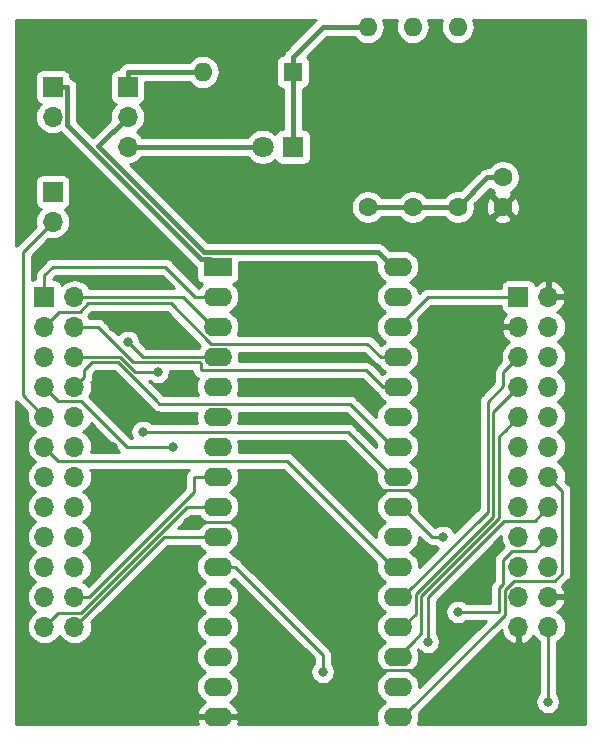
<source format=gtl>
G04 #@! TF.GenerationSoftware,KiCad,Pcbnew,(5.1.2)-1*
G04 #@! TF.CreationDate,2019-10-23T16:56:50-07:00*
G04 #@! TF.ProjectId,29Fx00-28Fx00,32394678-3030-42d3-9238-467830302e6b,rev?*
G04 #@! TF.SameCoordinates,Original*
G04 #@! TF.FileFunction,Copper,L1,Top*
G04 #@! TF.FilePolarity,Positive*
%FSLAX46Y46*%
G04 Gerber Fmt 4.6, Leading zero omitted, Abs format (unit mm)*
G04 Created by KiCad (PCBNEW (5.1.2)-1) date 2019-10-23 16:56:50*
%MOMM*%
%LPD*%
G04 APERTURE LIST*
%ADD10O,1.700000X1.700000*%
%ADD11R,1.700000X1.700000*%
%ADD12O,2.400000X1.600000*%
%ADD13R,2.400000X1.600000*%
%ADD14O,1.600000X1.600000*%
%ADD15C,1.600000*%
%ADD16C,1.800000*%
%ADD17R,1.800000X1.800000*%
%ADD18R,1.600000X1.600000*%
%ADD19C,0.800000*%
%ADD20C,0.250000*%
%ADD21C,0.400000*%
%ADD22C,0.254000*%
G04 APERTURE END LIST*
D10*
X125790000Y-80010000D03*
X123250000Y-80010000D03*
X125790000Y-77470000D03*
X123250000Y-77470000D03*
X125790000Y-74930000D03*
X123250000Y-74930000D03*
X125790000Y-72390000D03*
X123250000Y-72390000D03*
X125790000Y-69850000D03*
X123250000Y-69850000D03*
X125790000Y-67310000D03*
X123250000Y-67310000D03*
X125790000Y-64770000D03*
X123250000Y-64770000D03*
X125790000Y-62230000D03*
X123250000Y-62230000D03*
X125790000Y-59690000D03*
X123250000Y-59690000D03*
X125790000Y-57150000D03*
X123250000Y-57150000D03*
X125790000Y-54610000D03*
X123250000Y-54610000D03*
X125790000Y-52070000D03*
D11*
X123250000Y-52070000D03*
D12*
X113030000Y-49530000D03*
X97790000Y-87630000D03*
X113030000Y-52070000D03*
X97790000Y-85090000D03*
X113030000Y-54610000D03*
X97790000Y-82550000D03*
X113030000Y-57150000D03*
X97790000Y-80010000D03*
X113030000Y-59690000D03*
X97790000Y-77470000D03*
X113030000Y-62230000D03*
X97790000Y-74930000D03*
X113030000Y-64770000D03*
X97790000Y-72390000D03*
X113030000Y-67310000D03*
X97790000Y-69850000D03*
X113030000Y-69850000D03*
X97790000Y-67310000D03*
X113030000Y-72390000D03*
X97790000Y-64770000D03*
X113030000Y-74930000D03*
X97790000Y-62230000D03*
X113030000Y-77470000D03*
X97790000Y-59690000D03*
X113030000Y-80010000D03*
X97790000Y-57150000D03*
X113030000Y-82550000D03*
X97790000Y-54610000D03*
X113030000Y-85090000D03*
X97790000Y-52070000D03*
X113030000Y-87630000D03*
D13*
X97790000Y-49530000D03*
D14*
X110490000Y-29210000D03*
D15*
X110490000Y-44450000D03*
D14*
X118110000Y-29210000D03*
D15*
X118110000Y-44450000D03*
D14*
X114300000Y-29210000D03*
D15*
X114300000Y-44450000D03*
D10*
X90170000Y-39370000D03*
X90170000Y-36830000D03*
D11*
X90170000Y-34290000D03*
D10*
X83820000Y-36830000D03*
D11*
X83820000Y-34290000D03*
D10*
X83820000Y-45720000D03*
D11*
X83820000Y-43180000D03*
D10*
X85650000Y-80010000D03*
X83110000Y-80010000D03*
X85650000Y-77470000D03*
X83110000Y-77470000D03*
X85650000Y-74930000D03*
X83110000Y-74930000D03*
X85650000Y-72390000D03*
X83110000Y-72390000D03*
X85650000Y-69850000D03*
X83110000Y-69850000D03*
X85650000Y-67310000D03*
X83110000Y-67310000D03*
X85650000Y-64770000D03*
X83110000Y-64770000D03*
X85650000Y-62230000D03*
X83110000Y-62230000D03*
X85650000Y-59690000D03*
X83110000Y-59690000D03*
X85650000Y-57150000D03*
X83110000Y-57150000D03*
X85650000Y-54610000D03*
X83110000Y-54610000D03*
X85650000Y-52070000D03*
D11*
X83110000Y-52070000D03*
D16*
X101600000Y-39370000D03*
D17*
X104140000Y-39370000D03*
D14*
X96520000Y-33020000D03*
D18*
X104140000Y-33020000D03*
D15*
X121920000Y-44450000D03*
X121920000Y-41950000D03*
D19*
X88900000Y-64770000D03*
X88900000Y-69850000D03*
X93980000Y-43180000D03*
X118110000Y-71120000D03*
X106680000Y-72390000D03*
X99060000Y-41910000D03*
X100330000Y-46990000D03*
X106680000Y-38100000D03*
X109220000Y-41910000D03*
X124460000Y-46990000D03*
X127000000Y-44450000D03*
X105410000Y-52070000D03*
X101600000Y-54610000D03*
X120650000Y-82550000D03*
X120650000Y-87630000D03*
X107950000Y-49530000D03*
X106680000Y-74930000D03*
X106680000Y-77470000D03*
X106680000Y-80010000D03*
X109220000Y-82550000D03*
X118110000Y-67310000D03*
X115570000Y-73660000D03*
X118110000Y-81280000D03*
X91440000Y-45720000D03*
X101600000Y-57150000D03*
X88900000Y-54610000D03*
X109220000Y-66040000D03*
X101600000Y-62230000D03*
X88900000Y-67310000D03*
X101600000Y-59690000D03*
X93980000Y-67310000D03*
X90170000Y-78740000D03*
X93980000Y-48260000D03*
X92710000Y-50800000D03*
X88900000Y-50800000D03*
X95250000Y-71120000D03*
X120650000Y-74930000D03*
X119380000Y-77470000D03*
X106680000Y-86360000D03*
X118110000Y-53340000D03*
X95250000Y-55880000D03*
X95250000Y-59690000D03*
X88900000Y-59690000D03*
X115570000Y-81280000D03*
X118110000Y-78740000D03*
X125730000Y-86360000D03*
X106680000Y-83820000D03*
X91440000Y-63500000D03*
X92710000Y-58420000D03*
X116840000Y-72390000D03*
X93980000Y-64770000D03*
X90170000Y-55880000D03*
D20*
X120650000Y-82550000D02*
X120650000Y-87630000D01*
X99060000Y-45720000D02*
X99060000Y-43180000D01*
X102870000Y-54610000D02*
X105410000Y-52070000D01*
X101600000Y-54610000D02*
X102870000Y-54610000D01*
X105410000Y-52070000D02*
X107950000Y-49530000D01*
X127000000Y-44450000D02*
X124460000Y-46990000D01*
X107950000Y-41910000D02*
X109220000Y-41910000D01*
X106680000Y-38100000D02*
X106680000Y-40640000D01*
X106680000Y-40640000D02*
X107950000Y-41910000D01*
X100330000Y-46990000D02*
X99060000Y-45720000D01*
X99060000Y-45720000D02*
X99060000Y-41910000D01*
X109619999Y-66439999D02*
X109220000Y-66040000D01*
X111615010Y-68435010D02*
X109619999Y-66439999D01*
X116984990Y-68435010D02*
X111615010Y-68435010D01*
X118110000Y-67310000D02*
X116984990Y-68435010D01*
X118110000Y-71120000D02*
X118110000Y-67310000D01*
X106680000Y-72390000D02*
X106680000Y-74930000D01*
X106680000Y-74930000D02*
X106680000Y-77470000D01*
X106680000Y-77470000D02*
X106680000Y-80010000D01*
X106680000Y-80010000D02*
X109220000Y-82550000D01*
X106680000Y-86360000D02*
X109220000Y-83820000D01*
X109220000Y-83820000D02*
X109220000Y-82550000D01*
X109619999Y-82949999D02*
X109220000Y-82550000D01*
X110345010Y-83675010D02*
X109619999Y-82949999D01*
X115714990Y-83675010D02*
X110345010Y-83675010D01*
X118110000Y-81280000D02*
X115714990Y-83675010D01*
X119380000Y-76200000D02*
X120650000Y-74930000D01*
X119380000Y-77470000D02*
X119380000Y-76200000D01*
X105410000Y-71120000D02*
X106680000Y-72390000D01*
X95250000Y-71120000D02*
X105410000Y-71120000D01*
X92710000Y-50800000D02*
X88900000Y-50800000D01*
X88900000Y-69850000D02*
X88900000Y-68580000D01*
X91440000Y-69850000D02*
X93980000Y-67310000D01*
X88900000Y-69850000D02*
X91440000Y-69850000D01*
X93980000Y-54610000D02*
X88900000Y-54610000D01*
X95250000Y-55880000D02*
X93980000Y-54610000D01*
X88900000Y-68580000D02*
X88900000Y-67310000D01*
D21*
X118110000Y-44450000D02*
X114300000Y-44450000D01*
X114300000Y-44450000D02*
X110490000Y-44450000D01*
X120610000Y-41950000D02*
X118110000Y-44450000D01*
X121920000Y-41950000D02*
X120610000Y-41950000D01*
X90170000Y-33040000D02*
X90170000Y-34290000D01*
X90190000Y-33020000D02*
X90170000Y-33040000D01*
X96520000Y-33020000D02*
X90190000Y-33020000D01*
X110490000Y-29210000D02*
X106680000Y-29210000D01*
X104140000Y-31750000D02*
X104140000Y-33020000D01*
X106680000Y-29210000D02*
X104140000Y-31750000D01*
X104140000Y-33020000D02*
X104140000Y-39370000D01*
X101600000Y-39370000D02*
X90170000Y-39370000D01*
D20*
X112630000Y-49530000D02*
X113030000Y-49530000D01*
D21*
X96628886Y-48260000D02*
X87684443Y-39315557D01*
X112630000Y-49530000D02*
X111360000Y-48260000D01*
X111360000Y-48260000D02*
X96628886Y-48260000D01*
X87684443Y-39315557D02*
X90170000Y-36830000D01*
D20*
X124614999Y-71025001D02*
X125790000Y-69850000D01*
X122017819Y-71025001D02*
X124614999Y-71025001D01*
X115570000Y-81280000D02*
X115570000Y-77472820D01*
X115570000Y-77472820D02*
X122017819Y-71025001D01*
X113430000Y-54610000D02*
X113030000Y-54610000D01*
X123250000Y-52070000D02*
X115570000Y-52070000D01*
X115570000Y-52070000D02*
X113030000Y-54610000D01*
X121624989Y-78740000D02*
X118110000Y-78740000D01*
X124614999Y-73565001D02*
X122719314Y-73565001D01*
X125790000Y-72390000D02*
X124614999Y-73565001D01*
X122719314Y-73565001D02*
X121920000Y-74364315D01*
X121920000Y-74364315D02*
X121920000Y-76424588D01*
X121920000Y-76424588D02*
X121624989Y-76719599D01*
X121624989Y-76719599D02*
X121624989Y-78740000D01*
X83110000Y-54610000D02*
X84380000Y-53340000D01*
X111580000Y-57150000D02*
X113030000Y-57150000D01*
X110454990Y-56024990D02*
X111580000Y-57150000D01*
X97213986Y-56024990D02*
X110454990Y-56024990D01*
X86119002Y-53340000D02*
X86825001Y-52634001D01*
X84380000Y-53340000D02*
X86119002Y-53340000D01*
X93822997Y-52634001D02*
X93415999Y-52634001D01*
X97213986Y-56024990D02*
X93822997Y-52634001D01*
X86825001Y-52634001D02*
X93415999Y-52634001D01*
X112630000Y-59690000D02*
X113030000Y-59690000D01*
X87630000Y-54610000D02*
X85650000Y-54610000D01*
X90620010Y-57600010D02*
X87630000Y-54610000D01*
X111760000Y-59690000D02*
X110345010Y-58275010D01*
X110345010Y-58275010D02*
X96375010Y-58275010D01*
X96375010Y-58275010D02*
X96375010Y-57726014D01*
X96375010Y-57726014D02*
X96249006Y-57600010D01*
X113030000Y-59690000D02*
X111760000Y-59690000D01*
X96249006Y-57600010D02*
X90620010Y-57600010D01*
X98190000Y-74930000D02*
X97790000Y-74930000D01*
X99240000Y-74930000D02*
X106680000Y-82370000D01*
X97790000Y-74930000D02*
X99240000Y-74930000D01*
X106680000Y-82370000D02*
X106680000Y-83820000D01*
X125790000Y-80010000D02*
X125790000Y-86300000D01*
X125790000Y-86300000D02*
X125730000Y-86360000D01*
X125730000Y-86360000D02*
X125730000Y-86360000D01*
X106680000Y-83820000D02*
X106680000Y-83820000D01*
X113030000Y-64770000D02*
X112630000Y-64770000D01*
X108964990Y-61104990D02*
X109020000Y-61160000D01*
X92854990Y-61104990D02*
X108964990Y-61104990D01*
X92565010Y-60815010D02*
X92854990Y-61104990D01*
X92562190Y-60815010D02*
X92565010Y-60815010D01*
X89347190Y-57600010D02*
X92562190Y-60815010D01*
X112630000Y-64770000D02*
X109020000Y-61160000D01*
X85650000Y-59690000D02*
X86499999Y-58840001D01*
X86499999Y-58840001D02*
X86499999Y-58280001D01*
X86499999Y-58280001D02*
X87179990Y-57600010D01*
X87179990Y-57600010D02*
X89347190Y-57600010D01*
X93270000Y-72390000D02*
X85650000Y-80010000D01*
X97790000Y-72390000D02*
X93270000Y-72390000D01*
X113030000Y-67310000D02*
X112630000Y-67310000D01*
X89533590Y-57150000D02*
X85650000Y-57150000D01*
X108820000Y-63500000D02*
X109020000Y-63700000D01*
X91440000Y-63500000D02*
X108820000Y-63500000D01*
X112630000Y-67310000D02*
X109020000Y-63700000D01*
X90803590Y-58420000D02*
X89533590Y-57150000D01*
X92710000Y-58420000D02*
X90803590Y-58420000D01*
X83959999Y-79160001D02*
X83110000Y-80010000D01*
X84285001Y-78834999D02*
X83959999Y-79160001D01*
X86188591Y-78834999D02*
X84285001Y-78834999D01*
X95173590Y-69850000D02*
X86188591Y-78834999D01*
X97790000Y-69850000D02*
X95173590Y-69850000D01*
X113030000Y-69850000D02*
X113430000Y-69850000D01*
X113430000Y-69850000D02*
X115970000Y-72390000D01*
X115970000Y-72390000D02*
X116840000Y-72390000D01*
X116840000Y-72390000D02*
X116840000Y-72390000D01*
X95810000Y-67310000D02*
X97790000Y-67310000D01*
X95810000Y-68577180D02*
X95810000Y-67310000D01*
X85650000Y-77470000D02*
X86917180Y-77470000D01*
X86917180Y-77470000D02*
X95810000Y-68577180D01*
X112630000Y-72390000D02*
X113030000Y-72390000D01*
X93980000Y-64770000D02*
X93980000Y-64770000D01*
X84285001Y-60865001D02*
X83110000Y-59690000D01*
X86188591Y-60865001D02*
X84285001Y-60865001D01*
X93980000Y-64770000D02*
X90093590Y-64770000D01*
X90093590Y-64770000D02*
X86188591Y-60865001D01*
X112630000Y-74930000D02*
X113030000Y-74930000D01*
X103645001Y-65945001D02*
X112630000Y-74930000D01*
X84285001Y-65945001D02*
X103645001Y-65945001D01*
X83110000Y-64770000D02*
X84285001Y-65945001D01*
X113030000Y-77470000D02*
X113430000Y-77470000D01*
X113430000Y-77470000D02*
X120650000Y-70250000D01*
X121980000Y-58420000D02*
X123250000Y-57150000D01*
X121980000Y-59630000D02*
X120650000Y-60960000D01*
X121980000Y-58420000D02*
X121980000Y-59630000D01*
X120650000Y-70250000D02*
X120650000Y-60960000D01*
X113430000Y-80010000D02*
X113030000Y-80010000D01*
X114555010Y-78884990D02*
X113430000Y-80010000D01*
X114555010Y-77214990D02*
X114555010Y-78884990D01*
X121100010Y-70669990D02*
X114555010Y-77214990D01*
X123250000Y-59690000D02*
X121100010Y-61839990D01*
X121100010Y-61839990D02*
X121100010Y-70669990D01*
X97790000Y-57150000D02*
X91440000Y-57150000D01*
X91440000Y-57150000D02*
X90170000Y-55880000D01*
X90170000Y-55880000D02*
X90170000Y-55880000D01*
X113030000Y-82550000D02*
X112630000Y-82550000D01*
X113030000Y-82550000D02*
X113226998Y-82550000D01*
X114300000Y-81280000D02*
X113030000Y-82550000D01*
X115005020Y-80574980D02*
X114300000Y-81280000D01*
X115005020Y-77401390D02*
X115005020Y-80574980D01*
X123250000Y-62230000D02*
X122074999Y-63405001D01*
X121603205Y-63876795D02*
X122074999Y-63405001D01*
X121603205Y-70803205D02*
X121603205Y-63876795D01*
X121603205Y-70803205D02*
X115005020Y-77401390D01*
X97390000Y-54610000D02*
X97790000Y-54610000D01*
X85650000Y-52070000D02*
X94850000Y-52070000D01*
X94850000Y-52070000D02*
X97390000Y-54610000D01*
X95886410Y-52070000D02*
X97790000Y-52070000D01*
X93346410Y-49530000D02*
X95886410Y-52070000D01*
X83820000Y-49530000D02*
X93346410Y-49530000D01*
X83110000Y-52070000D02*
X83110000Y-50240000D01*
X83110000Y-50240000D02*
X83820000Y-49530000D01*
X126639999Y-68159999D02*
X125790000Y-67310000D01*
X126965001Y-75494001D02*
X126965001Y-68485001D01*
X122875997Y-76105001D02*
X126354001Y-76105001D01*
X126965001Y-68485001D02*
X126639999Y-68159999D01*
X122074999Y-76905999D02*
X122875997Y-76105001D01*
X122074999Y-78985001D02*
X122074999Y-76905999D01*
X126354001Y-76105001D02*
X126965001Y-75494001D01*
X113430000Y-87630000D02*
X122074999Y-78985001D01*
X113030000Y-87630000D02*
X113430000Y-87630000D01*
D21*
X85070000Y-34290000D02*
X83820000Y-34290000D01*
X85070001Y-37549657D02*
X85070000Y-34290000D01*
X96380353Y-48860009D02*
X85070001Y-37549657D01*
X97120010Y-48860010D02*
X96380353Y-48860009D01*
X97790000Y-49530000D02*
X97120010Y-48860010D01*
D20*
X82970001Y-46569999D02*
X83820000Y-45720000D01*
X81280000Y-48260000D02*
X82970001Y-46569999D01*
X81280000Y-60400000D02*
X81280000Y-48260000D01*
X83110000Y-62230000D02*
X81280000Y-60400000D01*
D22*
G36*
X80739999Y-60940001D02*
G01*
X80769003Y-60963804D01*
X81669203Y-61864005D01*
X81646487Y-61938889D01*
X81617815Y-62230000D01*
X81646487Y-62521111D01*
X81731401Y-62801034D01*
X81869294Y-63059014D01*
X82054866Y-63285134D01*
X82280986Y-63470706D01*
X82335791Y-63500000D01*
X82280986Y-63529294D01*
X82054866Y-63714866D01*
X81869294Y-63940986D01*
X81731401Y-64198966D01*
X81646487Y-64478889D01*
X81617815Y-64770000D01*
X81646487Y-65061111D01*
X81731401Y-65341034D01*
X81869294Y-65599014D01*
X82054866Y-65825134D01*
X82280986Y-66010706D01*
X82335791Y-66040000D01*
X82280986Y-66069294D01*
X82054866Y-66254866D01*
X81869294Y-66480986D01*
X81731401Y-66738966D01*
X81646487Y-67018889D01*
X81617815Y-67310000D01*
X81646487Y-67601111D01*
X81731401Y-67881034D01*
X81869294Y-68139014D01*
X82054866Y-68365134D01*
X82280986Y-68550706D01*
X82335791Y-68580000D01*
X82280986Y-68609294D01*
X82054866Y-68794866D01*
X81869294Y-69020986D01*
X81731401Y-69278966D01*
X81646487Y-69558889D01*
X81617815Y-69850000D01*
X81646487Y-70141111D01*
X81731401Y-70421034D01*
X81869294Y-70679014D01*
X82054866Y-70905134D01*
X82280986Y-71090706D01*
X82335791Y-71120000D01*
X82280986Y-71149294D01*
X82054866Y-71334866D01*
X81869294Y-71560986D01*
X81731401Y-71818966D01*
X81646487Y-72098889D01*
X81617815Y-72390000D01*
X81646487Y-72681111D01*
X81731401Y-72961034D01*
X81869294Y-73219014D01*
X82054866Y-73445134D01*
X82280986Y-73630706D01*
X82335791Y-73660000D01*
X82280986Y-73689294D01*
X82054866Y-73874866D01*
X81869294Y-74100986D01*
X81731401Y-74358966D01*
X81646487Y-74638889D01*
X81617815Y-74930000D01*
X81646487Y-75221111D01*
X81731401Y-75501034D01*
X81869294Y-75759014D01*
X82054866Y-75985134D01*
X82280986Y-76170706D01*
X82335791Y-76200000D01*
X82280986Y-76229294D01*
X82054866Y-76414866D01*
X81869294Y-76640986D01*
X81731401Y-76898966D01*
X81646487Y-77178889D01*
X81617815Y-77470000D01*
X81646487Y-77761111D01*
X81731401Y-78041034D01*
X81869294Y-78299014D01*
X82054866Y-78525134D01*
X82280986Y-78710706D01*
X82335791Y-78740000D01*
X82280986Y-78769294D01*
X82054866Y-78954866D01*
X81869294Y-79180986D01*
X81731401Y-79438966D01*
X81646487Y-79718889D01*
X81617815Y-80010000D01*
X81646487Y-80301111D01*
X81731401Y-80581034D01*
X81869294Y-80839014D01*
X82054866Y-81065134D01*
X82280986Y-81250706D01*
X82538966Y-81388599D01*
X82818889Y-81473513D01*
X83037050Y-81495000D01*
X83182950Y-81495000D01*
X83401111Y-81473513D01*
X83681034Y-81388599D01*
X83939014Y-81250706D01*
X84165134Y-81065134D01*
X84350706Y-80839014D01*
X84380000Y-80784209D01*
X84409294Y-80839014D01*
X84594866Y-81065134D01*
X84820986Y-81250706D01*
X85078966Y-81388599D01*
X85358889Y-81473513D01*
X85577050Y-81495000D01*
X85722950Y-81495000D01*
X85941111Y-81473513D01*
X86221034Y-81388599D01*
X86479014Y-81250706D01*
X86705134Y-81065134D01*
X86890706Y-80839014D01*
X87028599Y-80581034D01*
X87113513Y-80301111D01*
X87142185Y-80010000D01*
X87113513Y-79718889D01*
X87090797Y-79644004D01*
X93584802Y-73150000D01*
X96169099Y-73150000D01*
X96191068Y-73191101D01*
X96370392Y-73409608D01*
X96588899Y-73588932D01*
X96721858Y-73660000D01*
X96588899Y-73731068D01*
X96370392Y-73910392D01*
X96191068Y-74128899D01*
X96057818Y-74378192D01*
X95975764Y-74648691D01*
X95948057Y-74930000D01*
X95975764Y-75211309D01*
X96057818Y-75481808D01*
X96191068Y-75731101D01*
X96370392Y-75949608D01*
X96588899Y-76128932D01*
X96721858Y-76200000D01*
X96588899Y-76271068D01*
X96370392Y-76450392D01*
X96191068Y-76668899D01*
X96057818Y-76918192D01*
X95975764Y-77188691D01*
X95948057Y-77470000D01*
X95975764Y-77751309D01*
X96057818Y-78021808D01*
X96191068Y-78271101D01*
X96370392Y-78489608D01*
X96588899Y-78668932D01*
X96721858Y-78740000D01*
X96588899Y-78811068D01*
X96370392Y-78990392D01*
X96191068Y-79208899D01*
X96057818Y-79458192D01*
X95975764Y-79728691D01*
X95948057Y-80010000D01*
X95975764Y-80291309D01*
X96057818Y-80561808D01*
X96191068Y-80811101D01*
X96370392Y-81029608D01*
X96588899Y-81208932D01*
X96721858Y-81280000D01*
X96588899Y-81351068D01*
X96370392Y-81530392D01*
X96191068Y-81748899D01*
X96057818Y-81998192D01*
X95975764Y-82268691D01*
X95948057Y-82550000D01*
X95975764Y-82831309D01*
X96057818Y-83101808D01*
X96191068Y-83351101D01*
X96370392Y-83569608D01*
X96588899Y-83748932D01*
X96721858Y-83820000D01*
X96588899Y-83891068D01*
X96370392Y-84070392D01*
X96191068Y-84288899D01*
X96057818Y-84538192D01*
X95975764Y-84808691D01*
X95948057Y-85090000D01*
X95975764Y-85371309D01*
X96057818Y-85641808D01*
X96191068Y-85891101D01*
X96370392Y-86109608D01*
X96588899Y-86288932D01*
X96716741Y-86357265D01*
X96487161Y-86507399D01*
X96285500Y-86705105D01*
X96126285Y-86938354D01*
X96015633Y-87198182D01*
X95998096Y-87280961D01*
X96120085Y-87503000D01*
X97663000Y-87503000D01*
X97663000Y-87483000D01*
X97917000Y-87483000D01*
X97917000Y-87503000D01*
X99459915Y-87503000D01*
X99581904Y-87280961D01*
X99564367Y-87198182D01*
X99453715Y-86938354D01*
X99294500Y-86705105D01*
X99092839Y-86507399D01*
X98863259Y-86357265D01*
X98991101Y-86288932D01*
X99209608Y-86109608D01*
X99388932Y-85891101D01*
X99522182Y-85641808D01*
X99604236Y-85371309D01*
X99631943Y-85090000D01*
X99604236Y-84808691D01*
X99522182Y-84538192D01*
X99388932Y-84288899D01*
X99209608Y-84070392D01*
X98991101Y-83891068D01*
X98858142Y-83820000D01*
X98991101Y-83748932D01*
X99209608Y-83569608D01*
X99388932Y-83351101D01*
X99522182Y-83101808D01*
X99604236Y-82831309D01*
X99631943Y-82550000D01*
X99604236Y-82268691D01*
X99522182Y-81998192D01*
X99388932Y-81748899D01*
X99209608Y-81530392D01*
X98991101Y-81351068D01*
X98858142Y-81280000D01*
X98991101Y-81208932D01*
X99209608Y-81029608D01*
X99388932Y-80811101D01*
X99522182Y-80561808D01*
X99604236Y-80291309D01*
X99631943Y-80010000D01*
X99604236Y-79728691D01*
X99522182Y-79458192D01*
X99388932Y-79208899D01*
X99209608Y-78990392D01*
X98991101Y-78811068D01*
X98858142Y-78740000D01*
X98991101Y-78668932D01*
X99209608Y-78489608D01*
X99388932Y-78271101D01*
X99522182Y-78021808D01*
X99604236Y-77751309D01*
X99631943Y-77470000D01*
X99604236Y-77188691D01*
X99522182Y-76918192D01*
X99388932Y-76668899D01*
X99209608Y-76450392D01*
X98991101Y-76271068D01*
X98858142Y-76200000D01*
X98991101Y-76128932D01*
X99195986Y-75960787D01*
X105920000Y-82684802D01*
X105920001Y-83116288D01*
X105876063Y-83160226D01*
X105762795Y-83329744D01*
X105684774Y-83518102D01*
X105645000Y-83718061D01*
X105645000Y-83921939D01*
X105684774Y-84121898D01*
X105762795Y-84310256D01*
X105876063Y-84479774D01*
X106020226Y-84623937D01*
X106189744Y-84737205D01*
X106378102Y-84815226D01*
X106578061Y-84855000D01*
X106781939Y-84855000D01*
X106981898Y-84815226D01*
X107170256Y-84737205D01*
X107339774Y-84623937D01*
X107483937Y-84479774D01*
X107597205Y-84310256D01*
X107675226Y-84121898D01*
X107715000Y-83921939D01*
X107715000Y-83718061D01*
X107675226Y-83518102D01*
X107597205Y-83329744D01*
X107483937Y-83160226D01*
X107440000Y-83116289D01*
X107440000Y-82407323D01*
X107443676Y-82370000D01*
X107440000Y-82332677D01*
X107440000Y-82332667D01*
X107429003Y-82221014D01*
X107385546Y-82077753D01*
X107314975Y-81945725D01*
X107314974Y-81945723D01*
X107243799Y-81858997D01*
X107220001Y-81829999D01*
X107191004Y-81806202D01*
X99803804Y-74419003D01*
X99780001Y-74389999D01*
X99664276Y-74295026D01*
X99532247Y-74224454D01*
X99422157Y-74191059D01*
X99388932Y-74128899D01*
X99209608Y-73910392D01*
X98991101Y-73731068D01*
X98858142Y-73660000D01*
X98991101Y-73588932D01*
X99209608Y-73409608D01*
X99388932Y-73191101D01*
X99522182Y-72941808D01*
X99604236Y-72671309D01*
X99631943Y-72390000D01*
X99604236Y-72108691D01*
X99522182Y-71838192D01*
X99388932Y-71588899D01*
X99209608Y-71370392D01*
X98991101Y-71191068D01*
X98858142Y-71120000D01*
X98991101Y-71048932D01*
X99209608Y-70869608D01*
X99388932Y-70651101D01*
X99522182Y-70401808D01*
X99604236Y-70131309D01*
X99631943Y-69850000D01*
X99604236Y-69568691D01*
X99522182Y-69298192D01*
X99388932Y-69048899D01*
X99209608Y-68830392D01*
X98991101Y-68651068D01*
X98858142Y-68580000D01*
X98991101Y-68508932D01*
X99209608Y-68329608D01*
X99388932Y-68111101D01*
X99522182Y-67861808D01*
X99604236Y-67591309D01*
X99631943Y-67310000D01*
X99604236Y-67028691D01*
X99522182Y-66758192D01*
X99493751Y-66705001D01*
X103330200Y-66705001D01*
X111229292Y-74604095D01*
X111215764Y-74648691D01*
X111188057Y-74930000D01*
X111215764Y-75211309D01*
X111297818Y-75481808D01*
X111431068Y-75731101D01*
X111610392Y-75949608D01*
X111828899Y-76128932D01*
X111961858Y-76200000D01*
X111828899Y-76271068D01*
X111610392Y-76450392D01*
X111431068Y-76668899D01*
X111297818Y-76918192D01*
X111215764Y-77188691D01*
X111188057Y-77470000D01*
X111215764Y-77751309D01*
X111297818Y-78021808D01*
X111431068Y-78271101D01*
X111610392Y-78489608D01*
X111828899Y-78668932D01*
X111961858Y-78740000D01*
X111828899Y-78811068D01*
X111610392Y-78990392D01*
X111431068Y-79208899D01*
X111297818Y-79458192D01*
X111215764Y-79728691D01*
X111188057Y-80010000D01*
X111215764Y-80291309D01*
X111297818Y-80561808D01*
X111431068Y-80811101D01*
X111610392Y-81029608D01*
X111828899Y-81208932D01*
X111961858Y-81280000D01*
X111828899Y-81351068D01*
X111610392Y-81530392D01*
X111431068Y-81748899D01*
X111297818Y-81998192D01*
X111215764Y-82268691D01*
X111188057Y-82550000D01*
X111215764Y-82831309D01*
X111297818Y-83101808D01*
X111431068Y-83351101D01*
X111610392Y-83569608D01*
X111828899Y-83748932D01*
X111961858Y-83820000D01*
X111828899Y-83891068D01*
X111610392Y-84070392D01*
X111431068Y-84288899D01*
X111297818Y-84538192D01*
X111215764Y-84808691D01*
X111188057Y-85090000D01*
X111215764Y-85371309D01*
X111297818Y-85641808D01*
X111431068Y-85891101D01*
X111610392Y-86109608D01*
X111828899Y-86288932D01*
X111961858Y-86360000D01*
X111828899Y-86431068D01*
X111610392Y-86610392D01*
X111431068Y-86828899D01*
X111297818Y-87078192D01*
X111215764Y-87348691D01*
X111188057Y-87630000D01*
X111215764Y-87911309D01*
X111297818Y-88181808D01*
X111315560Y-88215000D01*
X99499132Y-88215000D01*
X99564367Y-88061818D01*
X99581904Y-87979039D01*
X99459915Y-87757000D01*
X97917000Y-87757000D01*
X97917000Y-87777000D01*
X97663000Y-87777000D01*
X97663000Y-87757000D01*
X96120085Y-87757000D01*
X95998096Y-87979039D01*
X96015633Y-88061818D01*
X96080868Y-88215000D01*
X80695000Y-88215000D01*
X80695000Y-60885169D01*
X80739999Y-60940001D01*
X80739999Y-60940001D01*
G37*
X80739999Y-60940001D02*
X80769003Y-60963804D01*
X81669203Y-61864005D01*
X81646487Y-61938889D01*
X81617815Y-62230000D01*
X81646487Y-62521111D01*
X81731401Y-62801034D01*
X81869294Y-63059014D01*
X82054866Y-63285134D01*
X82280986Y-63470706D01*
X82335791Y-63500000D01*
X82280986Y-63529294D01*
X82054866Y-63714866D01*
X81869294Y-63940986D01*
X81731401Y-64198966D01*
X81646487Y-64478889D01*
X81617815Y-64770000D01*
X81646487Y-65061111D01*
X81731401Y-65341034D01*
X81869294Y-65599014D01*
X82054866Y-65825134D01*
X82280986Y-66010706D01*
X82335791Y-66040000D01*
X82280986Y-66069294D01*
X82054866Y-66254866D01*
X81869294Y-66480986D01*
X81731401Y-66738966D01*
X81646487Y-67018889D01*
X81617815Y-67310000D01*
X81646487Y-67601111D01*
X81731401Y-67881034D01*
X81869294Y-68139014D01*
X82054866Y-68365134D01*
X82280986Y-68550706D01*
X82335791Y-68580000D01*
X82280986Y-68609294D01*
X82054866Y-68794866D01*
X81869294Y-69020986D01*
X81731401Y-69278966D01*
X81646487Y-69558889D01*
X81617815Y-69850000D01*
X81646487Y-70141111D01*
X81731401Y-70421034D01*
X81869294Y-70679014D01*
X82054866Y-70905134D01*
X82280986Y-71090706D01*
X82335791Y-71120000D01*
X82280986Y-71149294D01*
X82054866Y-71334866D01*
X81869294Y-71560986D01*
X81731401Y-71818966D01*
X81646487Y-72098889D01*
X81617815Y-72390000D01*
X81646487Y-72681111D01*
X81731401Y-72961034D01*
X81869294Y-73219014D01*
X82054866Y-73445134D01*
X82280986Y-73630706D01*
X82335791Y-73660000D01*
X82280986Y-73689294D01*
X82054866Y-73874866D01*
X81869294Y-74100986D01*
X81731401Y-74358966D01*
X81646487Y-74638889D01*
X81617815Y-74930000D01*
X81646487Y-75221111D01*
X81731401Y-75501034D01*
X81869294Y-75759014D01*
X82054866Y-75985134D01*
X82280986Y-76170706D01*
X82335791Y-76200000D01*
X82280986Y-76229294D01*
X82054866Y-76414866D01*
X81869294Y-76640986D01*
X81731401Y-76898966D01*
X81646487Y-77178889D01*
X81617815Y-77470000D01*
X81646487Y-77761111D01*
X81731401Y-78041034D01*
X81869294Y-78299014D01*
X82054866Y-78525134D01*
X82280986Y-78710706D01*
X82335791Y-78740000D01*
X82280986Y-78769294D01*
X82054866Y-78954866D01*
X81869294Y-79180986D01*
X81731401Y-79438966D01*
X81646487Y-79718889D01*
X81617815Y-80010000D01*
X81646487Y-80301111D01*
X81731401Y-80581034D01*
X81869294Y-80839014D01*
X82054866Y-81065134D01*
X82280986Y-81250706D01*
X82538966Y-81388599D01*
X82818889Y-81473513D01*
X83037050Y-81495000D01*
X83182950Y-81495000D01*
X83401111Y-81473513D01*
X83681034Y-81388599D01*
X83939014Y-81250706D01*
X84165134Y-81065134D01*
X84350706Y-80839014D01*
X84380000Y-80784209D01*
X84409294Y-80839014D01*
X84594866Y-81065134D01*
X84820986Y-81250706D01*
X85078966Y-81388599D01*
X85358889Y-81473513D01*
X85577050Y-81495000D01*
X85722950Y-81495000D01*
X85941111Y-81473513D01*
X86221034Y-81388599D01*
X86479014Y-81250706D01*
X86705134Y-81065134D01*
X86890706Y-80839014D01*
X87028599Y-80581034D01*
X87113513Y-80301111D01*
X87142185Y-80010000D01*
X87113513Y-79718889D01*
X87090797Y-79644004D01*
X93584802Y-73150000D01*
X96169099Y-73150000D01*
X96191068Y-73191101D01*
X96370392Y-73409608D01*
X96588899Y-73588932D01*
X96721858Y-73660000D01*
X96588899Y-73731068D01*
X96370392Y-73910392D01*
X96191068Y-74128899D01*
X96057818Y-74378192D01*
X95975764Y-74648691D01*
X95948057Y-74930000D01*
X95975764Y-75211309D01*
X96057818Y-75481808D01*
X96191068Y-75731101D01*
X96370392Y-75949608D01*
X96588899Y-76128932D01*
X96721858Y-76200000D01*
X96588899Y-76271068D01*
X96370392Y-76450392D01*
X96191068Y-76668899D01*
X96057818Y-76918192D01*
X95975764Y-77188691D01*
X95948057Y-77470000D01*
X95975764Y-77751309D01*
X96057818Y-78021808D01*
X96191068Y-78271101D01*
X96370392Y-78489608D01*
X96588899Y-78668932D01*
X96721858Y-78740000D01*
X96588899Y-78811068D01*
X96370392Y-78990392D01*
X96191068Y-79208899D01*
X96057818Y-79458192D01*
X95975764Y-79728691D01*
X95948057Y-80010000D01*
X95975764Y-80291309D01*
X96057818Y-80561808D01*
X96191068Y-80811101D01*
X96370392Y-81029608D01*
X96588899Y-81208932D01*
X96721858Y-81280000D01*
X96588899Y-81351068D01*
X96370392Y-81530392D01*
X96191068Y-81748899D01*
X96057818Y-81998192D01*
X95975764Y-82268691D01*
X95948057Y-82550000D01*
X95975764Y-82831309D01*
X96057818Y-83101808D01*
X96191068Y-83351101D01*
X96370392Y-83569608D01*
X96588899Y-83748932D01*
X96721858Y-83820000D01*
X96588899Y-83891068D01*
X96370392Y-84070392D01*
X96191068Y-84288899D01*
X96057818Y-84538192D01*
X95975764Y-84808691D01*
X95948057Y-85090000D01*
X95975764Y-85371309D01*
X96057818Y-85641808D01*
X96191068Y-85891101D01*
X96370392Y-86109608D01*
X96588899Y-86288932D01*
X96716741Y-86357265D01*
X96487161Y-86507399D01*
X96285500Y-86705105D01*
X96126285Y-86938354D01*
X96015633Y-87198182D01*
X95998096Y-87280961D01*
X96120085Y-87503000D01*
X97663000Y-87503000D01*
X97663000Y-87483000D01*
X97917000Y-87483000D01*
X97917000Y-87503000D01*
X99459915Y-87503000D01*
X99581904Y-87280961D01*
X99564367Y-87198182D01*
X99453715Y-86938354D01*
X99294500Y-86705105D01*
X99092839Y-86507399D01*
X98863259Y-86357265D01*
X98991101Y-86288932D01*
X99209608Y-86109608D01*
X99388932Y-85891101D01*
X99522182Y-85641808D01*
X99604236Y-85371309D01*
X99631943Y-85090000D01*
X99604236Y-84808691D01*
X99522182Y-84538192D01*
X99388932Y-84288899D01*
X99209608Y-84070392D01*
X98991101Y-83891068D01*
X98858142Y-83820000D01*
X98991101Y-83748932D01*
X99209608Y-83569608D01*
X99388932Y-83351101D01*
X99522182Y-83101808D01*
X99604236Y-82831309D01*
X99631943Y-82550000D01*
X99604236Y-82268691D01*
X99522182Y-81998192D01*
X99388932Y-81748899D01*
X99209608Y-81530392D01*
X98991101Y-81351068D01*
X98858142Y-81280000D01*
X98991101Y-81208932D01*
X99209608Y-81029608D01*
X99388932Y-80811101D01*
X99522182Y-80561808D01*
X99604236Y-80291309D01*
X99631943Y-80010000D01*
X99604236Y-79728691D01*
X99522182Y-79458192D01*
X99388932Y-79208899D01*
X99209608Y-78990392D01*
X98991101Y-78811068D01*
X98858142Y-78740000D01*
X98991101Y-78668932D01*
X99209608Y-78489608D01*
X99388932Y-78271101D01*
X99522182Y-78021808D01*
X99604236Y-77751309D01*
X99631943Y-77470000D01*
X99604236Y-77188691D01*
X99522182Y-76918192D01*
X99388932Y-76668899D01*
X99209608Y-76450392D01*
X98991101Y-76271068D01*
X98858142Y-76200000D01*
X98991101Y-76128932D01*
X99195986Y-75960787D01*
X105920000Y-82684802D01*
X105920001Y-83116288D01*
X105876063Y-83160226D01*
X105762795Y-83329744D01*
X105684774Y-83518102D01*
X105645000Y-83718061D01*
X105645000Y-83921939D01*
X105684774Y-84121898D01*
X105762795Y-84310256D01*
X105876063Y-84479774D01*
X106020226Y-84623937D01*
X106189744Y-84737205D01*
X106378102Y-84815226D01*
X106578061Y-84855000D01*
X106781939Y-84855000D01*
X106981898Y-84815226D01*
X107170256Y-84737205D01*
X107339774Y-84623937D01*
X107483937Y-84479774D01*
X107597205Y-84310256D01*
X107675226Y-84121898D01*
X107715000Y-83921939D01*
X107715000Y-83718061D01*
X107675226Y-83518102D01*
X107597205Y-83329744D01*
X107483937Y-83160226D01*
X107440000Y-83116289D01*
X107440000Y-82407323D01*
X107443676Y-82370000D01*
X107440000Y-82332677D01*
X107440000Y-82332667D01*
X107429003Y-82221014D01*
X107385546Y-82077753D01*
X107314975Y-81945725D01*
X107314974Y-81945723D01*
X107243799Y-81858997D01*
X107220001Y-81829999D01*
X107191004Y-81806202D01*
X99803804Y-74419003D01*
X99780001Y-74389999D01*
X99664276Y-74295026D01*
X99532247Y-74224454D01*
X99422157Y-74191059D01*
X99388932Y-74128899D01*
X99209608Y-73910392D01*
X98991101Y-73731068D01*
X98858142Y-73660000D01*
X98991101Y-73588932D01*
X99209608Y-73409608D01*
X99388932Y-73191101D01*
X99522182Y-72941808D01*
X99604236Y-72671309D01*
X99631943Y-72390000D01*
X99604236Y-72108691D01*
X99522182Y-71838192D01*
X99388932Y-71588899D01*
X99209608Y-71370392D01*
X98991101Y-71191068D01*
X98858142Y-71120000D01*
X98991101Y-71048932D01*
X99209608Y-70869608D01*
X99388932Y-70651101D01*
X99522182Y-70401808D01*
X99604236Y-70131309D01*
X99631943Y-69850000D01*
X99604236Y-69568691D01*
X99522182Y-69298192D01*
X99388932Y-69048899D01*
X99209608Y-68830392D01*
X98991101Y-68651068D01*
X98858142Y-68580000D01*
X98991101Y-68508932D01*
X99209608Y-68329608D01*
X99388932Y-68111101D01*
X99522182Y-67861808D01*
X99604236Y-67591309D01*
X99631943Y-67310000D01*
X99604236Y-67028691D01*
X99522182Y-66758192D01*
X99493751Y-66705001D01*
X103330200Y-66705001D01*
X111229292Y-74604095D01*
X111215764Y-74648691D01*
X111188057Y-74930000D01*
X111215764Y-75211309D01*
X111297818Y-75481808D01*
X111431068Y-75731101D01*
X111610392Y-75949608D01*
X111828899Y-76128932D01*
X111961858Y-76200000D01*
X111828899Y-76271068D01*
X111610392Y-76450392D01*
X111431068Y-76668899D01*
X111297818Y-76918192D01*
X111215764Y-77188691D01*
X111188057Y-77470000D01*
X111215764Y-77751309D01*
X111297818Y-78021808D01*
X111431068Y-78271101D01*
X111610392Y-78489608D01*
X111828899Y-78668932D01*
X111961858Y-78740000D01*
X111828899Y-78811068D01*
X111610392Y-78990392D01*
X111431068Y-79208899D01*
X111297818Y-79458192D01*
X111215764Y-79728691D01*
X111188057Y-80010000D01*
X111215764Y-80291309D01*
X111297818Y-80561808D01*
X111431068Y-80811101D01*
X111610392Y-81029608D01*
X111828899Y-81208932D01*
X111961858Y-81280000D01*
X111828899Y-81351068D01*
X111610392Y-81530392D01*
X111431068Y-81748899D01*
X111297818Y-81998192D01*
X111215764Y-82268691D01*
X111188057Y-82550000D01*
X111215764Y-82831309D01*
X111297818Y-83101808D01*
X111431068Y-83351101D01*
X111610392Y-83569608D01*
X111828899Y-83748932D01*
X111961858Y-83820000D01*
X111828899Y-83891068D01*
X111610392Y-84070392D01*
X111431068Y-84288899D01*
X111297818Y-84538192D01*
X111215764Y-84808691D01*
X111188057Y-85090000D01*
X111215764Y-85371309D01*
X111297818Y-85641808D01*
X111431068Y-85891101D01*
X111610392Y-86109608D01*
X111828899Y-86288932D01*
X111961858Y-86360000D01*
X111828899Y-86431068D01*
X111610392Y-86610392D01*
X111431068Y-86828899D01*
X111297818Y-87078192D01*
X111215764Y-87348691D01*
X111188057Y-87630000D01*
X111215764Y-87911309D01*
X111297818Y-88181808D01*
X111315560Y-88215000D01*
X99499132Y-88215000D01*
X99564367Y-88061818D01*
X99581904Y-87979039D01*
X99459915Y-87757000D01*
X97917000Y-87757000D01*
X97917000Y-87777000D01*
X97663000Y-87777000D01*
X97663000Y-87757000D01*
X96120085Y-87757000D01*
X95998096Y-87979039D01*
X96015633Y-88061818D01*
X96080868Y-88215000D01*
X80695000Y-88215000D01*
X80695000Y-60885169D01*
X80739999Y-60940001D01*
G36*
X112967818Y-28658192D02*
G01*
X112885764Y-28928691D01*
X112858057Y-29210000D01*
X112885764Y-29491309D01*
X112967818Y-29761808D01*
X113101068Y-30011101D01*
X113280392Y-30229608D01*
X113498899Y-30408932D01*
X113748192Y-30542182D01*
X114018691Y-30624236D01*
X114229508Y-30645000D01*
X114370492Y-30645000D01*
X114581309Y-30624236D01*
X114851808Y-30542182D01*
X115101101Y-30408932D01*
X115319608Y-30229608D01*
X115498932Y-30011101D01*
X115632182Y-29761808D01*
X115714236Y-29491309D01*
X115741943Y-29210000D01*
X115714236Y-28928691D01*
X115632182Y-28658192D01*
X115614440Y-28625000D01*
X116795560Y-28625000D01*
X116777818Y-28658192D01*
X116695764Y-28928691D01*
X116668057Y-29210000D01*
X116695764Y-29491309D01*
X116777818Y-29761808D01*
X116911068Y-30011101D01*
X117090392Y-30229608D01*
X117308899Y-30408932D01*
X117558192Y-30542182D01*
X117828691Y-30624236D01*
X118039508Y-30645000D01*
X118180492Y-30645000D01*
X118391309Y-30624236D01*
X118661808Y-30542182D01*
X118911101Y-30408932D01*
X119129608Y-30229608D01*
X119308932Y-30011101D01*
X119442182Y-29761808D01*
X119524236Y-29491309D01*
X119551943Y-29210000D01*
X119524236Y-28928691D01*
X119442182Y-28658192D01*
X119424440Y-28625000D01*
X128855000Y-28625000D01*
X128855001Y-88215000D01*
X114744440Y-88215000D01*
X114762182Y-88181808D01*
X114844236Y-87911309D01*
X114871943Y-87630000D01*
X114844236Y-87348691D01*
X114830708Y-87304093D01*
X121853906Y-80280896D01*
X121808524Y-80366890D01*
X121853175Y-80514099D01*
X121978359Y-80776920D01*
X122152412Y-81010269D01*
X122368645Y-81205178D01*
X122618748Y-81354157D01*
X122893109Y-81451481D01*
X123123000Y-81330814D01*
X123123000Y-80137000D01*
X123103000Y-80137000D01*
X123103000Y-79883000D01*
X123123000Y-79883000D01*
X123123000Y-79863000D01*
X123377000Y-79863000D01*
X123377000Y-79883000D01*
X123397000Y-79883000D01*
X123397000Y-80137000D01*
X123377000Y-80137000D01*
X123377000Y-81330814D01*
X123606891Y-81451481D01*
X123881252Y-81354157D01*
X124131355Y-81205178D01*
X124347588Y-81010269D01*
X124518416Y-80781244D01*
X124549294Y-80839014D01*
X124734866Y-81065134D01*
X124960986Y-81250706D01*
X125030000Y-81287595D01*
X125030001Y-85596288D01*
X124926063Y-85700226D01*
X124812795Y-85869744D01*
X124734774Y-86058102D01*
X124695000Y-86258061D01*
X124695000Y-86461939D01*
X124734774Y-86661898D01*
X124812795Y-86850256D01*
X124926063Y-87019774D01*
X125070226Y-87163937D01*
X125239744Y-87277205D01*
X125428102Y-87355226D01*
X125628061Y-87395000D01*
X125831939Y-87395000D01*
X126031898Y-87355226D01*
X126220256Y-87277205D01*
X126389774Y-87163937D01*
X126533937Y-87019774D01*
X126647205Y-86850256D01*
X126725226Y-86661898D01*
X126765000Y-86461939D01*
X126765000Y-86258061D01*
X126725226Y-86058102D01*
X126647205Y-85869744D01*
X126550000Y-85724266D01*
X126550000Y-81287595D01*
X126619014Y-81250706D01*
X126845134Y-81065134D01*
X127030706Y-80839014D01*
X127168599Y-80581034D01*
X127253513Y-80301111D01*
X127282185Y-80010000D01*
X127253513Y-79718889D01*
X127168599Y-79438966D01*
X127030706Y-79180986D01*
X126845134Y-78954866D01*
X126619014Y-78769294D01*
X126554477Y-78734799D01*
X126671355Y-78665178D01*
X126887588Y-78470269D01*
X127061641Y-78236920D01*
X127186825Y-77974099D01*
X127231476Y-77826890D01*
X127110155Y-77597000D01*
X125917000Y-77597000D01*
X125917000Y-77617000D01*
X125663000Y-77617000D01*
X125663000Y-77597000D01*
X125643000Y-77597000D01*
X125643000Y-77343000D01*
X125663000Y-77343000D01*
X125663000Y-77323000D01*
X125917000Y-77323000D01*
X125917000Y-77343000D01*
X127110155Y-77343000D01*
X127231476Y-77113110D01*
X127186825Y-76965901D01*
X127061641Y-76703080D01*
X126962987Y-76570816D01*
X127476010Y-76057795D01*
X127505002Y-76034002D01*
X127528796Y-76005009D01*
X127528800Y-76005005D01*
X127599974Y-75918278D01*
X127599975Y-75918277D01*
X127670547Y-75786248D01*
X127714004Y-75642987D01*
X127725001Y-75531334D01*
X127725001Y-75531325D01*
X127728677Y-75494002D01*
X127725001Y-75456679D01*
X127725001Y-68522323D01*
X127728677Y-68485000D01*
X127725001Y-68447677D01*
X127725001Y-68447668D01*
X127714004Y-68336015D01*
X127670547Y-68192754D01*
X127599975Y-68060725D01*
X127505002Y-67945000D01*
X127475998Y-67921197D01*
X127230797Y-67675996D01*
X127253513Y-67601111D01*
X127282185Y-67310000D01*
X127253513Y-67018889D01*
X127168599Y-66738966D01*
X127030706Y-66480986D01*
X126845134Y-66254866D01*
X126619014Y-66069294D01*
X126564209Y-66040000D01*
X126619014Y-66010706D01*
X126845134Y-65825134D01*
X127030706Y-65599014D01*
X127168599Y-65341034D01*
X127253513Y-65061111D01*
X127282185Y-64770000D01*
X127253513Y-64478889D01*
X127168599Y-64198966D01*
X127030706Y-63940986D01*
X126845134Y-63714866D01*
X126619014Y-63529294D01*
X126564209Y-63500000D01*
X126619014Y-63470706D01*
X126845134Y-63285134D01*
X127030706Y-63059014D01*
X127168599Y-62801034D01*
X127253513Y-62521111D01*
X127282185Y-62230000D01*
X127253513Y-61938889D01*
X127168599Y-61658966D01*
X127030706Y-61400986D01*
X126845134Y-61174866D01*
X126619014Y-60989294D01*
X126564209Y-60960000D01*
X126619014Y-60930706D01*
X126845134Y-60745134D01*
X127030706Y-60519014D01*
X127168599Y-60261034D01*
X127253513Y-59981111D01*
X127282185Y-59690000D01*
X127253513Y-59398889D01*
X127168599Y-59118966D01*
X127030706Y-58860986D01*
X126845134Y-58634866D01*
X126619014Y-58449294D01*
X126564209Y-58420000D01*
X126619014Y-58390706D01*
X126845134Y-58205134D01*
X127030706Y-57979014D01*
X127168599Y-57721034D01*
X127253513Y-57441111D01*
X127282185Y-57150000D01*
X127253513Y-56858889D01*
X127168599Y-56578966D01*
X127030706Y-56320986D01*
X126845134Y-56094866D01*
X126619014Y-55909294D01*
X126564209Y-55880000D01*
X126619014Y-55850706D01*
X126845134Y-55665134D01*
X127030706Y-55439014D01*
X127168599Y-55181034D01*
X127253513Y-54901111D01*
X127282185Y-54610000D01*
X127253513Y-54318889D01*
X127168599Y-54038966D01*
X127030706Y-53780986D01*
X126845134Y-53554866D01*
X126619014Y-53369294D01*
X126554477Y-53334799D01*
X126671355Y-53265178D01*
X126887588Y-53070269D01*
X127061641Y-52836920D01*
X127186825Y-52574099D01*
X127231476Y-52426890D01*
X127110155Y-52197000D01*
X125917000Y-52197000D01*
X125917000Y-52217000D01*
X125663000Y-52217000D01*
X125663000Y-52197000D01*
X125643000Y-52197000D01*
X125643000Y-51943000D01*
X125663000Y-51943000D01*
X125663000Y-50749186D01*
X125917000Y-50749186D01*
X125917000Y-51943000D01*
X127110155Y-51943000D01*
X127231476Y-51713110D01*
X127186825Y-51565901D01*
X127061641Y-51303080D01*
X126887588Y-51069731D01*
X126671355Y-50874822D01*
X126421252Y-50725843D01*
X126146891Y-50628519D01*
X125917000Y-50749186D01*
X125663000Y-50749186D01*
X125433109Y-50628519D01*
X125158748Y-50725843D01*
X124908645Y-50874822D01*
X124712498Y-51051626D01*
X124689502Y-50975820D01*
X124630537Y-50865506D01*
X124551185Y-50768815D01*
X124454494Y-50689463D01*
X124344180Y-50630498D01*
X124224482Y-50594188D01*
X124100000Y-50581928D01*
X122400000Y-50581928D01*
X122275518Y-50594188D01*
X122155820Y-50630498D01*
X122045506Y-50689463D01*
X121948815Y-50768815D01*
X121869463Y-50865506D01*
X121810498Y-50975820D01*
X121774188Y-51095518D01*
X121761928Y-51220000D01*
X121761928Y-51310000D01*
X115607322Y-51310000D01*
X115569999Y-51306324D01*
X115532676Y-51310000D01*
X115532667Y-51310000D01*
X115421014Y-51320997D01*
X115277753Y-51364454D01*
X115145724Y-51435026D01*
X115145722Y-51435027D01*
X115145723Y-51435027D01*
X115058996Y-51506201D01*
X115058992Y-51506205D01*
X115029999Y-51529999D01*
X115006205Y-51558992D01*
X114828472Y-51736725D01*
X114762182Y-51518192D01*
X114628932Y-51268899D01*
X114449608Y-51050392D01*
X114231101Y-50871068D01*
X114098142Y-50800000D01*
X114231101Y-50728932D01*
X114449608Y-50549608D01*
X114628932Y-50331101D01*
X114762182Y-50081808D01*
X114844236Y-49811309D01*
X114871943Y-49530000D01*
X114844236Y-49248691D01*
X114762182Y-48978192D01*
X114628932Y-48728899D01*
X114449608Y-48510392D01*
X114231101Y-48331068D01*
X113981808Y-48197818D01*
X113711309Y-48115764D01*
X113500492Y-48095000D01*
X112559508Y-48095000D01*
X112392333Y-48111466D01*
X111979446Y-47698579D01*
X111953291Y-47666709D01*
X111826146Y-47562364D01*
X111681087Y-47484828D01*
X111523689Y-47437082D01*
X111401019Y-47425000D01*
X111401018Y-47425000D01*
X111360000Y-47420960D01*
X111318982Y-47425000D01*
X96974755Y-47425000D01*
X93858420Y-44308665D01*
X109055000Y-44308665D01*
X109055000Y-44591335D01*
X109110147Y-44868574D01*
X109218320Y-45129727D01*
X109375363Y-45364759D01*
X109575241Y-45564637D01*
X109810273Y-45721680D01*
X110071426Y-45829853D01*
X110348665Y-45885000D01*
X110631335Y-45885000D01*
X110908574Y-45829853D01*
X111169727Y-45721680D01*
X111404759Y-45564637D01*
X111604637Y-45364759D01*
X111657930Y-45285000D01*
X113132070Y-45285000D01*
X113185363Y-45364759D01*
X113385241Y-45564637D01*
X113620273Y-45721680D01*
X113881426Y-45829853D01*
X114158665Y-45885000D01*
X114441335Y-45885000D01*
X114718574Y-45829853D01*
X114979727Y-45721680D01*
X115214759Y-45564637D01*
X115414637Y-45364759D01*
X115467930Y-45285000D01*
X116942070Y-45285000D01*
X116995363Y-45364759D01*
X117195241Y-45564637D01*
X117430273Y-45721680D01*
X117691426Y-45829853D01*
X117968665Y-45885000D01*
X118251335Y-45885000D01*
X118528574Y-45829853D01*
X118789727Y-45721680D01*
X119024759Y-45564637D01*
X119146694Y-45442702D01*
X121106903Y-45442702D01*
X121178486Y-45686671D01*
X121433996Y-45807571D01*
X121708184Y-45876300D01*
X121990512Y-45890217D01*
X122270130Y-45848787D01*
X122536292Y-45753603D01*
X122661514Y-45686671D01*
X122733097Y-45442702D01*
X121920000Y-44629605D01*
X121106903Y-45442702D01*
X119146694Y-45442702D01*
X119224637Y-45364759D01*
X119381680Y-45129727D01*
X119489853Y-44868574D01*
X119545000Y-44591335D01*
X119545000Y-44520512D01*
X120479783Y-44520512D01*
X120521213Y-44800130D01*
X120616397Y-45066292D01*
X120683329Y-45191514D01*
X120927298Y-45263097D01*
X121740395Y-44450000D01*
X122099605Y-44450000D01*
X122912702Y-45263097D01*
X123156671Y-45191514D01*
X123277571Y-44936004D01*
X123346300Y-44661816D01*
X123360217Y-44379488D01*
X123318787Y-44099870D01*
X123223603Y-43833708D01*
X123156671Y-43708486D01*
X122912702Y-43636903D01*
X122099605Y-44450000D01*
X121740395Y-44450000D01*
X120927298Y-43636903D01*
X120683329Y-43708486D01*
X120562429Y-43963996D01*
X120493700Y-44238184D01*
X120479783Y-44520512D01*
X119545000Y-44520512D01*
X119545000Y-44308665D01*
X119526286Y-44214582D01*
X120840736Y-42900132D01*
X121005241Y-43064637D01*
X121205869Y-43198692D01*
X121178486Y-43213329D01*
X121106903Y-43457298D01*
X121920000Y-44270395D01*
X122733097Y-43457298D01*
X122661514Y-43213329D01*
X122632659Y-43199676D01*
X122834759Y-43064637D01*
X123034637Y-42864759D01*
X123191680Y-42629727D01*
X123299853Y-42368574D01*
X123355000Y-42091335D01*
X123355000Y-41808665D01*
X123299853Y-41531426D01*
X123191680Y-41270273D01*
X123034637Y-41035241D01*
X122834759Y-40835363D01*
X122599727Y-40678320D01*
X122338574Y-40570147D01*
X122061335Y-40515000D01*
X121778665Y-40515000D01*
X121501426Y-40570147D01*
X121240273Y-40678320D01*
X121005241Y-40835363D01*
X120805363Y-41035241D01*
X120752070Y-41115000D01*
X120651018Y-41115000D01*
X120610000Y-41110960D01*
X120568981Y-41115000D01*
X120446311Y-41127082D01*
X120288913Y-41174828D01*
X120143854Y-41252364D01*
X120016709Y-41356709D01*
X119990563Y-41388568D01*
X118345418Y-43033714D01*
X118251335Y-43015000D01*
X117968665Y-43015000D01*
X117691426Y-43070147D01*
X117430273Y-43178320D01*
X117195241Y-43335363D01*
X116995363Y-43535241D01*
X116942070Y-43615000D01*
X115467930Y-43615000D01*
X115414637Y-43535241D01*
X115214759Y-43335363D01*
X114979727Y-43178320D01*
X114718574Y-43070147D01*
X114441335Y-43015000D01*
X114158665Y-43015000D01*
X113881426Y-43070147D01*
X113620273Y-43178320D01*
X113385241Y-43335363D01*
X113185363Y-43535241D01*
X113132070Y-43615000D01*
X111657930Y-43615000D01*
X111604637Y-43535241D01*
X111404759Y-43335363D01*
X111169727Y-43178320D01*
X110908574Y-43070147D01*
X110631335Y-43015000D01*
X110348665Y-43015000D01*
X110071426Y-43070147D01*
X109810273Y-43178320D01*
X109575241Y-43335363D01*
X109375363Y-43535241D01*
X109218320Y-43770273D01*
X109110147Y-44031426D01*
X109055000Y-44308665D01*
X93858420Y-44308665D01*
X90390246Y-40840493D01*
X90461111Y-40833513D01*
X90741034Y-40748599D01*
X90999014Y-40610706D01*
X91225134Y-40425134D01*
X91405793Y-40205000D01*
X100311801Y-40205000D01*
X100407688Y-40348505D01*
X100621495Y-40562312D01*
X100872905Y-40730299D01*
X101152257Y-40846011D01*
X101448816Y-40905000D01*
X101751184Y-40905000D01*
X102047743Y-40846011D01*
X102327095Y-40730299D01*
X102578505Y-40562312D01*
X102644944Y-40495873D01*
X102650498Y-40514180D01*
X102709463Y-40624494D01*
X102788815Y-40721185D01*
X102885506Y-40800537D01*
X102995820Y-40859502D01*
X103115518Y-40895812D01*
X103240000Y-40908072D01*
X105040000Y-40908072D01*
X105164482Y-40895812D01*
X105284180Y-40859502D01*
X105394494Y-40800537D01*
X105491185Y-40721185D01*
X105570537Y-40624494D01*
X105629502Y-40514180D01*
X105665812Y-40394482D01*
X105678072Y-40270000D01*
X105678072Y-38470000D01*
X105665812Y-38345518D01*
X105629502Y-38225820D01*
X105570537Y-38115506D01*
X105491185Y-38018815D01*
X105394494Y-37939463D01*
X105284180Y-37880498D01*
X105164482Y-37844188D01*
X105040000Y-37831928D01*
X104975000Y-37831928D01*
X104975000Y-34454625D01*
X105064482Y-34445812D01*
X105184180Y-34409502D01*
X105294494Y-34350537D01*
X105391185Y-34271185D01*
X105470537Y-34174494D01*
X105529502Y-34064180D01*
X105565812Y-33944482D01*
X105578072Y-33820000D01*
X105578072Y-32220000D01*
X105565812Y-32095518D01*
X105529502Y-31975820D01*
X105470537Y-31865506D01*
X105391185Y-31768815D01*
X105342229Y-31728638D01*
X107025868Y-30045000D01*
X109318888Y-30045000D01*
X109470392Y-30229608D01*
X109688899Y-30408932D01*
X109938192Y-30542182D01*
X110208691Y-30624236D01*
X110419508Y-30645000D01*
X110560492Y-30645000D01*
X110771309Y-30624236D01*
X111041808Y-30542182D01*
X111291101Y-30408932D01*
X111509608Y-30229608D01*
X111688932Y-30011101D01*
X111822182Y-29761808D01*
X111904236Y-29491309D01*
X111931943Y-29210000D01*
X111904236Y-28928691D01*
X111822182Y-28658192D01*
X111804440Y-28625000D01*
X112985560Y-28625000D01*
X112967818Y-28658192D01*
X112967818Y-28658192D01*
G37*
X112967818Y-28658192D02*
X112885764Y-28928691D01*
X112858057Y-29210000D01*
X112885764Y-29491309D01*
X112967818Y-29761808D01*
X113101068Y-30011101D01*
X113280392Y-30229608D01*
X113498899Y-30408932D01*
X113748192Y-30542182D01*
X114018691Y-30624236D01*
X114229508Y-30645000D01*
X114370492Y-30645000D01*
X114581309Y-30624236D01*
X114851808Y-30542182D01*
X115101101Y-30408932D01*
X115319608Y-30229608D01*
X115498932Y-30011101D01*
X115632182Y-29761808D01*
X115714236Y-29491309D01*
X115741943Y-29210000D01*
X115714236Y-28928691D01*
X115632182Y-28658192D01*
X115614440Y-28625000D01*
X116795560Y-28625000D01*
X116777818Y-28658192D01*
X116695764Y-28928691D01*
X116668057Y-29210000D01*
X116695764Y-29491309D01*
X116777818Y-29761808D01*
X116911068Y-30011101D01*
X117090392Y-30229608D01*
X117308899Y-30408932D01*
X117558192Y-30542182D01*
X117828691Y-30624236D01*
X118039508Y-30645000D01*
X118180492Y-30645000D01*
X118391309Y-30624236D01*
X118661808Y-30542182D01*
X118911101Y-30408932D01*
X119129608Y-30229608D01*
X119308932Y-30011101D01*
X119442182Y-29761808D01*
X119524236Y-29491309D01*
X119551943Y-29210000D01*
X119524236Y-28928691D01*
X119442182Y-28658192D01*
X119424440Y-28625000D01*
X128855000Y-28625000D01*
X128855001Y-88215000D01*
X114744440Y-88215000D01*
X114762182Y-88181808D01*
X114844236Y-87911309D01*
X114871943Y-87630000D01*
X114844236Y-87348691D01*
X114830708Y-87304093D01*
X121853906Y-80280896D01*
X121808524Y-80366890D01*
X121853175Y-80514099D01*
X121978359Y-80776920D01*
X122152412Y-81010269D01*
X122368645Y-81205178D01*
X122618748Y-81354157D01*
X122893109Y-81451481D01*
X123123000Y-81330814D01*
X123123000Y-80137000D01*
X123103000Y-80137000D01*
X123103000Y-79883000D01*
X123123000Y-79883000D01*
X123123000Y-79863000D01*
X123377000Y-79863000D01*
X123377000Y-79883000D01*
X123397000Y-79883000D01*
X123397000Y-80137000D01*
X123377000Y-80137000D01*
X123377000Y-81330814D01*
X123606891Y-81451481D01*
X123881252Y-81354157D01*
X124131355Y-81205178D01*
X124347588Y-81010269D01*
X124518416Y-80781244D01*
X124549294Y-80839014D01*
X124734866Y-81065134D01*
X124960986Y-81250706D01*
X125030000Y-81287595D01*
X125030001Y-85596288D01*
X124926063Y-85700226D01*
X124812795Y-85869744D01*
X124734774Y-86058102D01*
X124695000Y-86258061D01*
X124695000Y-86461939D01*
X124734774Y-86661898D01*
X124812795Y-86850256D01*
X124926063Y-87019774D01*
X125070226Y-87163937D01*
X125239744Y-87277205D01*
X125428102Y-87355226D01*
X125628061Y-87395000D01*
X125831939Y-87395000D01*
X126031898Y-87355226D01*
X126220256Y-87277205D01*
X126389774Y-87163937D01*
X126533937Y-87019774D01*
X126647205Y-86850256D01*
X126725226Y-86661898D01*
X126765000Y-86461939D01*
X126765000Y-86258061D01*
X126725226Y-86058102D01*
X126647205Y-85869744D01*
X126550000Y-85724266D01*
X126550000Y-81287595D01*
X126619014Y-81250706D01*
X126845134Y-81065134D01*
X127030706Y-80839014D01*
X127168599Y-80581034D01*
X127253513Y-80301111D01*
X127282185Y-80010000D01*
X127253513Y-79718889D01*
X127168599Y-79438966D01*
X127030706Y-79180986D01*
X126845134Y-78954866D01*
X126619014Y-78769294D01*
X126554477Y-78734799D01*
X126671355Y-78665178D01*
X126887588Y-78470269D01*
X127061641Y-78236920D01*
X127186825Y-77974099D01*
X127231476Y-77826890D01*
X127110155Y-77597000D01*
X125917000Y-77597000D01*
X125917000Y-77617000D01*
X125663000Y-77617000D01*
X125663000Y-77597000D01*
X125643000Y-77597000D01*
X125643000Y-77343000D01*
X125663000Y-77343000D01*
X125663000Y-77323000D01*
X125917000Y-77323000D01*
X125917000Y-77343000D01*
X127110155Y-77343000D01*
X127231476Y-77113110D01*
X127186825Y-76965901D01*
X127061641Y-76703080D01*
X126962987Y-76570816D01*
X127476010Y-76057795D01*
X127505002Y-76034002D01*
X127528796Y-76005009D01*
X127528800Y-76005005D01*
X127599974Y-75918278D01*
X127599975Y-75918277D01*
X127670547Y-75786248D01*
X127714004Y-75642987D01*
X127725001Y-75531334D01*
X127725001Y-75531325D01*
X127728677Y-75494002D01*
X127725001Y-75456679D01*
X127725001Y-68522323D01*
X127728677Y-68485000D01*
X127725001Y-68447677D01*
X127725001Y-68447668D01*
X127714004Y-68336015D01*
X127670547Y-68192754D01*
X127599975Y-68060725D01*
X127505002Y-67945000D01*
X127475998Y-67921197D01*
X127230797Y-67675996D01*
X127253513Y-67601111D01*
X127282185Y-67310000D01*
X127253513Y-67018889D01*
X127168599Y-66738966D01*
X127030706Y-66480986D01*
X126845134Y-66254866D01*
X126619014Y-66069294D01*
X126564209Y-66040000D01*
X126619014Y-66010706D01*
X126845134Y-65825134D01*
X127030706Y-65599014D01*
X127168599Y-65341034D01*
X127253513Y-65061111D01*
X127282185Y-64770000D01*
X127253513Y-64478889D01*
X127168599Y-64198966D01*
X127030706Y-63940986D01*
X126845134Y-63714866D01*
X126619014Y-63529294D01*
X126564209Y-63500000D01*
X126619014Y-63470706D01*
X126845134Y-63285134D01*
X127030706Y-63059014D01*
X127168599Y-62801034D01*
X127253513Y-62521111D01*
X127282185Y-62230000D01*
X127253513Y-61938889D01*
X127168599Y-61658966D01*
X127030706Y-61400986D01*
X126845134Y-61174866D01*
X126619014Y-60989294D01*
X126564209Y-60960000D01*
X126619014Y-60930706D01*
X126845134Y-60745134D01*
X127030706Y-60519014D01*
X127168599Y-60261034D01*
X127253513Y-59981111D01*
X127282185Y-59690000D01*
X127253513Y-59398889D01*
X127168599Y-59118966D01*
X127030706Y-58860986D01*
X126845134Y-58634866D01*
X126619014Y-58449294D01*
X126564209Y-58420000D01*
X126619014Y-58390706D01*
X126845134Y-58205134D01*
X127030706Y-57979014D01*
X127168599Y-57721034D01*
X127253513Y-57441111D01*
X127282185Y-57150000D01*
X127253513Y-56858889D01*
X127168599Y-56578966D01*
X127030706Y-56320986D01*
X126845134Y-56094866D01*
X126619014Y-55909294D01*
X126564209Y-55880000D01*
X126619014Y-55850706D01*
X126845134Y-55665134D01*
X127030706Y-55439014D01*
X127168599Y-55181034D01*
X127253513Y-54901111D01*
X127282185Y-54610000D01*
X127253513Y-54318889D01*
X127168599Y-54038966D01*
X127030706Y-53780986D01*
X126845134Y-53554866D01*
X126619014Y-53369294D01*
X126554477Y-53334799D01*
X126671355Y-53265178D01*
X126887588Y-53070269D01*
X127061641Y-52836920D01*
X127186825Y-52574099D01*
X127231476Y-52426890D01*
X127110155Y-52197000D01*
X125917000Y-52197000D01*
X125917000Y-52217000D01*
X125663000Y-52217000D01*
X125663000Y-52197000D01*
X125643000Y-52197000D01*
X125643000Y-51943000D01*
X125663000Y-51943000D01*
X125663000Y-50749186D01*
X125917000Y-50749186D01*
X125917000Y-51943000D01*
X127110155Y-51943000D01*
X127231476Y-51713110D01*
X127186825Y-51565901D01*
X127061641Y-51303080D01*
X126887588Y-51069731D01*
X126671355Y-50874822D01*
X126421252Y-50725843D01*
X126146891Y-50628519D01*
X125917000Y-50749186D01*
X125663000Y-50749186D01*
X125433109Y-50628519D01*
X125158748Y-50725843D01*
X124908645Y-50874822D01*
X124712498Y-51051626D01*
X124689502Y-50975820D01*
X124630537Y-50865506D01*
X124551185Y-50768815D01*
X124454494Y-50689463D01*
X124344180Y-50630498D01*
X124224482Y-50594188D01*
X124100000Y-50581928D01*
X122400000Y-50581928D01*
X122275518Y-50594188D01*
X122155820Y-50630498D01*
X122045506Y-50689463D01*
X121948815Y-50768815D01*
X121869463Y-50865506D01*
X121810498Y-50975820D01*
X121774188Y-51095518D01*
X121761928Y-51220000D01*
X121761928Y-51310000D01*
X115607322Y-51310000D01*
X115569999Y-51306324D01*
X115532676Y-51310000D01*
X115532667Y-51310000D01*
X115421014Y-51320997D01*
X115277753Y-51364454D01*
X115145724Y-51435026D01*
X115145722Y-51435027D01*
X115145723Y-51435027D01*
X115058996Y-51506201D01*
X115058992Y-51506205D01*
X115029999Y-51529999D01*
X115006205Y-51558992D01*
X114828472Y-51736725D01*
X114762182Y-51518192D01*
X114628932Y-51268899D01*
X114449608Y-51050392D01*
X114231101Y-50871068D01*
X114098142Y-50800000D01*
X114231101Y-50728932D01*
X114449608Y-50549608D01*
X114628932Y-50331101D01*
X114762182Y-50081808D01*
X114844236Y-49811309D01*
X114871943Y-49530000D01*
X114844236Y-49248691D01*
X114762182Y-48978192D01*
X114628932Y-48728899D01*
X114449608Y-48510392D01*
X114231101Y-48331068D01*
X113981808Y-48197818D01*
X113711309Y-48115764D01*
X113500492Y-48095000D01*
X112559508Y-48095000D01*
X112392333Y-48111466D01*
X111979446Y-47698579D01*
X111953291Y-47666709D01*
X111826146Y-47562364D01*
X111681087Y-47484828D01*
X111523689Y-47437082D01*
X111401019Y-47425000D01*
X111401018Y-47425000D01*
X111360000Y-47420960D01*
X111318982Y-47425000D01*
X96974755Y-47425000D01*
X93858420Y-44308665D01*
X109055000Y-44308665D01*
X109055000Y-44591335D01*
X109110147Y-44868574D01*
X109218320Y-45129727D01*
X109375363Y-45364759D01*
X109575241Y-45564637D01*
X109810273Y-45721680D01*
X110071426Y-45829853D01*
X110348665Y-45885000D01*
X110631335Y-45885000D01*
X110908574Y-45829853D01*
X111169727Y-45721680D01*
X111404759Y-45564637D01*
X111604637Y-45364759D01*
X111657930Y-45285000D01*
X113132070Y-45285000D01*
X113185363Y-45364759D01*
X113385241Y-45564637D01*
X113620273Y-45721680D01*
X113881426Y-45829853D01*
X114158665Y-45885000D01*
X114441335Y-45885000D01*
X114718574Y-45829853D01*
X114979727Y-45721680D01*
X115214759Y-45564637D01*
X115414637Y-45364759D01*
X115467930Y-45285000D01*
X116942070Y-45285000D01*
X116995363Y-45364759D01*
X117195241Y-45564637D01*
X117430273Y-45721680D01*
X117691426Y-45829853D01*
X117968665Y-45885000D01*
X118251335Y-45885000D01*
X118528574Y-45829853D01*
X118789727Y-45721680D01*
X119024759Y-45564637D01*
X119146694Y-45442702D01*
X121106903Y-45442702D01*
X121178486Y-45686671D01*
X121433996Y-45807571D01*
X121708184Y-45876300D01*
X121990512Y-45890217D01*
X122270130Y-45848787D01*
X122536292Y-45753603D01*
X122661514Y-45686671D01*
X122733097Y-45442702D01*
X121920000Y-44629605D01*
X121106903Y-45442702D01*
X119146694Y-45442702D01*
X119224637Y-45364759D01*
X119381680Y-45129727D01*
X119489853Y-44868574D01*
X119545000Y-44591335D01*
X119545000Y-44520512D01*
X120479783Y-44520512D01*
X120521213Y-44800130D01*
X120616397Y-45066292D01*
X120683329Y-45191514D01*
X120927298Y-45263097D01*
X121740395Y-44450000D01*
X122099605Y-44450000D01*
X122912702Y-45263097D01*
X123156671Y-45191514D01*
X123277571Y-44936004D01*
X123346300Y-44661816D01*
X123360217Y-44379488D01*
X123318787Y-44099870D01*
X123223603Y-43833708D01*
X123156671Y-43708486D01*
X122912702Y-43636903D01*
X122099605Y-44450000D01*
X121740395Y-44450000D01*
X120927298Y-43636903D01*
X120683329Y-43708486D01*
X120562429Y-43963996D01*
X120493700Y-44238184D01*
X120479783Y-44520512D01*
X119545000Y-44520512D01*
X119545000Y-44308665D01*
X119526286Y-44214582D01*
X120840736Y-42900132D01*
X121005241Y-43064637D01*
X121205869Y-43198692D01*
X121178486Y-43213329D01*
X121106903Y-43457298D01*
X121920000Y-44270395D01*
X122733097Y-43457298D01*
X122661514Y-43213329D01*
X122632659Y-43199676D01*
X122834759Y-43064637D01*
X123034637Y-42864759D01*
X123191680Y-42629727D01*
X123299853Y-42368574D01*
X123355000Y-42091335D01*
X123355000Y-41808665D01*
X123299853Y-41531426D01*
X123191680Y-41270273D01*
X123034637Y-41035241D01*
X122834759Y-40835363D01*
X122599727Y-40678320D01*
X122338574Y-40570147D01*
X122061335Y-40515000D01*
X121778665Y-40515000D01*
X121501426Y-40570147D01*
X121240273Y-40678320D01*
X121005241Y-40835363D01*
X120805363Y-41035241D01*
X120752070Y-41115000D01*
X120651018Y-41115000D01*
X120610000Y-41110960D01*
X120568981Y-41115000D01*
X120446311Y-41127082D01*
X120288913Y-41174828D01*
X120143854Y-41252364D01*
X120016709Y-41356709D01*
X119990563Y-41388568D01*
X118345418Y-43033714D01*
X118251335Y-43015000D01*
X117968665Y-43015000D01*
X117691426Y-43070147D01*
X117430273Y-43178320D01*
X117195241Y-43335363D01*
X116995363Y-43535241D01*
X116942070Y-43615000D01*
X115467930Y-43615000D01*
X115414637Y-43535241D01*
X115214759Y-43335363D01*
X114979727Y-43178320D01*
X114718574Y-43070147D01*
X114441335Y-43015000D01*
X114158665Y-43015000D01*
X113881426Y-43070147D01*
X113620273Y-43178320D01*
X113385241Y-43335363D01*
X113185363Y-43535241D01*
X113132070Y-43615000D01*
X111657930Y-43615000D01*
X111604637Y-43535241D01*
X111404759Y-43335363D01*
X111169727Y-43178320D01*
X110908574Y-43070147D01*
X110631335Y-43015000D01*
X110348665Y-43015000D01*
X110071426Y-43070147D01*
X109810273Y-43178320D01*
X109575241Y-43335363D01*
X109375363Y-43535241D01*
X109218320Y-43770273D01*
X109110147Y-44031426D01*
X109055000Y-44308665D01*
X93858420Y-44308665D01*
X90390246Y-40840493D01*
X90461111Y-40833513D01*
X90741034Y-40748599D01*
X90999014Y-40610706D01*
X91225134Y-40425134D01*
X91405793Y-40205000D01*
X100311801Y-40205000D01*
X100407688Y-40348505D01*
X100621495Y-40562312D01*
X100872905Y-40730299D01*
X101152257Y-40846011D01*
X101448816Y-40905000D01*
X101751184Y-40905000D01*
X102047743Y-40846011D01*
X102327095Y-40730299D01*
X102578505Y-40562312D01*
X102644944Y-40495873D01*
X102650498Y-40514180D01*
X102709463Y-40624494D01*
X102788815Y-40721185D01*
X102885506Y-40800537D01*
X102995820Y-40859502D01*
X103115518Y-40895812D01*
X103240000Y-40908072D01*
X105040000Y-40908072D01*
X105164482Y-40895812D01*
X105284180Y-40859502D01*
X105394494Y-40800537D01*
X105491185Y-40721185D01*
X105570537Y-40624494D01*
X105629502Y-40514180D01*
X105665812Y-40394482D01*
X105678072Y-40270000D01*
X105678072Y-38470000D01*
X105665812Y-38345518D01*
X105629502Y-38225820D01*
X105570537Y-38115506D01*
X105491185Y-38018815D01*
X105394494Y-37939463D01*
X105284180Y-37880498D01*
X105164482Y-37844188D01*
X105040000Y-37831928D01*
X104975000Y-37831928D01*
X104975000Y-34454625D01*
X105064482Y-34445812D01*
X105184180Y-34409502D01*
X105294494Y-34350537D01*
X105391185Y-34271185D01*
X105470537Y-34174494D01*
X105529502Y-34064180D01*
X105565812Y-33944482D01*
X105578072Y-33820000D01*
X105578072Y-32220000D01*
X105565812Y-32095518D01*
X105529502Y-31975820D01*
X105470537Y-31865506D01*
X105391185Y-31768815D01*
X105342229Y-31728638D01*
X107025868Y-30045000D01*
X109318888Y-30045000D01*
X109470392Y-30229608D01*
X109688899Y-30408932D01*
X109938192Y-30542182D01*
X110208691Y-30624236D01*
X110419508Y-30645000D01*
X110560492Y-30645000D01*
X110771309Y-30624236D01*
X111041808Y-30542182D01*
X111291101Y-30408932D01*
X111509608Y-30229608D01*
X111688932Y-30011101D01*
X111822182Y-29761808D01*
X111904236Y-29491309D01*
X111931943Y-29210000D01*
X111904236Y-28928691D01*
X111822182Y-28658192D01*
X111804440Y-28625000D01*
X112985560Y-28625000D01*
X112967818Y-28658192D01*
G36*
X121757815Y-72390000D02*
G01*
X121786487Y-72681111D01*
X121871401Y-72961034D01*
X122002747Y-73206766D01*
X121409002Y-73800512D01*
X121379999Y-73824314D01*
X121324871Y-73891489D01*
X121285026Y-73940039D01*
X121258708Y-73989277D01*
X121214454Y-74072069D01*
X121170997Y-74215330D01*
X121160000Y-74326983D01*
X121160000Y-74326993D01*
X121156324Y-74364315D01*
X121160000Y-74401638D01*
X121160001Y-76109786D01*
X121113992Y-76155795D01*
X121084988Y-76179598D01*
X121044204Y-76229294D01*
X120990015Y-76295323D01*
X120926046Y-76415000D01*
X120919443Y-76427353D01*
X120875986Y-76570614D01*
X120864989Y-76682267D01*
X120864989Y-76682277D01*
X120861313Y-76719599D01*
X120864989Y-76756922D01*
X120864990Y-77980000D01*
X118813711Y-77980000D01*
X118769774Y-77936063D01*
X118600256Y-77822795D01*
X118411898Y-77744774D01*
X118211939Y-77705000D01*
X118008061Y-77705000D01*
X117808102Y-77744774D01*
X117619744Y-77822795D01*
X117450226Y-77936063D01*
X117306063Y-78080226D01*
X117192795Y-78249744D01*
X117114774Y-78438102D01*
X117075000Y-78638061D01*
X117075000Y-78841939D01*
X117114774Y-79041898D01*
X117192795Y-79230256D01*
X117306063Y-79399774D01*
X117450226Y-79543937D01*
X117619744Y-79657205D01*
X117808102Y-79735226D01*
X118008061Y-79775000D01*
X118211939Y-79775000D01*
X118411898Y-79735226D01*
X118600256Y-79657205D01*
X118769774Y-79543937D01*
X118813711Y-79500000D01*
X120485198Y-79500000D01*
X114869402Y-85115797D01*
X114871943Y-85090000D01*
X114844236Y-84808691D01*
X114762182Y-84538192D01*
X114628932Y-84288899D01*
X114449608Y-84070392D01*
X114231101Y-83891068D01*
X114098142Y-83820000D01*
X114231101Y-83748932D01*
X114449608Y-83569608D01*
X114628932Y-83351101D01*
X114762182Y-83101808D01*
X114844236Y-82831309D01*
X114871943Y-82550000D01*
X114844236Y-82268691D01*
X114762182Y-81998192D01*
X114725408Y-81929393D01*
X114745621Y-81909181D01*
X114766063Y-81939774D01*
X114910226Y-82083937D01*
X115079744Y-82197205D01*
X115268102Y-82275226D01*
X115468061Y-82315000D01*
X115671939Y-82315000D01*
X115871898Y-82275226D01*
X116060256Y-82197205D01*
X116229774Y-82083937D01*
X116373937Y-81939774D01*
X116487205Y-81770256D01*
X116565226Y-81581898D01*
X116605000Y-81381939D01*
X116605000Y-81178061D01*
X116565226Y-80978102D01*
X116487205Y-80789744D01*
X116373937Y-80620226D01*
X116330000Y-80576289D01*
X116330000Y-77787621D01*
X121761114Y-72356508D01*
X121757815Y-72390000D01*
X121757815Y-72390000D01*
G37*
X121757815Y-72390000D02*
X121786487Y-72681111D01*
X121871401Y-72961034D01*
X122002747Y-73206766D01*
X121409002Y-73800512D01*
X121379999Y-73824314D01*
X121324871Y-73891489D01*
X121285026Y-73940039D01*
X121258708Y-73989277D01*
X121214454Y-74072069D01*
X121170997Y-74215330D01*
X121160000Y-74326983D01*
X121160000Y-74326993D01*
X121156324Y-74364315D01*
X121160000Y-74401638D01*
X121160001Y-76109786D01*
X121113992Y-76155795D01*
X121084988Y-76179598D01*
X121044204Y-76229294D01*
X120990015Y-76295323D01*
X120926046Y-76415000D01*
X120919443Y-76427353D01*
X120875986Y-76570614D01*
X120864989Y-76682267D01*
X120864989Y-76682277D01*
X120861313Y-76719599D01*
X120864989Y-76756922D01*
X120864990Y-77980000D01*
X118813711Y-77980000D01*
X118769774Y-77936063D01*
X118600256Y-77822795D01*
X118411898Y-77744774D01*
X118211939Y-77705000D01*
X118008061Y-77705000D01*
X117808102Y-77744774D01*
X117619744Y-77822795D01*
X117450226Y-77936063D01*
X117306063Y-78080226D01*
X117192795Y-78249744D01*
X117114774Y-78438102D01*
X117075000Y-78638061D01*
X117075000Y-78841939D01*
X117114774Y-79041898D01*
X117192795Y-79230256D01*
X117306063Y-79399774D01*
X117450226Y-79543937D01*
X117619744Y-79657205D01*
X117808102Y-79735226D01*
X118008061Y-79775000D01*
X118211939Y-79775000D01*
X118411898Y-79735226D01*
X118600256Y-79657205D01*
X118769774Y-79543937D01*
X118813711Y-79500000D01*
X120485198Y-79500000D01*
X114869402Y-85115797D01*
X114871943Y-85090000D01*
X114844236Y-84808691D01*
X114762182Y-84538192D01*
X114628932Y-84288899D01*
X114449608Y-84070392D01*
X114231101Y-83891068D01*
X114098142Y-83820000D01*
X114231101Y-83748932D01*
X114449608Y-83569608D01*
X114628932Y-83351101D01*
X114762182Y-83101808D01*
X114844236Y-82831309D01*
X114871943Y-82550000D01*
X114844236Y-82268691D01*
X114762182Y-81998192D01*
X114725408Y-81929393D01*
X114745621Y-81909181D01*
X114766063Y-81939774D01*
X114910226Y-82083937D01*
X115079744Y-82197205D01*
X115268102Y-82275226D01*
X115468061Y-82315000D01*
X115671939Y-82315000D01*
X115871898Y-82275226D01*
X116060256Y-82197205D01*
X116229774Y-82083937D01*
X116373937Y-81939774D01*
X116487205Y-81770256D01*
X116565226Y-81581898D01*
X116605000Y-81381939D01*
X116605000Y-81178061D01*
X116565226Y-80978102D01*
X116487205Y-80789744D01*
X116373937Y-80620226D01*
X116330000Y-80576289D01*
X116330000Y-77787621D01*
X121761114Y-72356508D01*
X121757815Y-72390000D01*
G36*
X95269999Y-66769999D02*
G01*
X95175026Y-66885724D01*
X95104454Y-67017753D01*
X95060997Y-67161014D01*
X95046323Y-67310000D01*
X95050001Y-67347342D01*
X95050000Y-68262378D01*
X86791850Y-76520529D01*
X86705134Y-76414866D01*
X86479014Y-76229294D01*
X86424209Y-76200000D01*
X86479014Y-76170706D01*
X86705134Y-75985134D01*
X86890706Y-75759014D01*
X87028599Y-75501034D01*
X87113513Y-75221111D01*
X87142185Y-74930000D01*
X87113513Y-74638889D01*
X87028599Y-74358966D01*
X86890706Y-74100986D01*
X86705134Y-73874866D01*
X86479014Y-73689294D01*
X86424209Y-73660000D01*
X86479014Y-73630706D01*
X86705134Y-73445134D01*
X86890706Y-73219014D01*
X87028599Y-72961034D01*
X87113513Y-72681111D01*
X87142185Y-72390000D01*
X87113513Y-72098889D01*
X87028599Y-71818966D01*
X86890706Y-71560986D01*
X86705134Y-71334866D01*
X86479014Y-71149294D01*
X86424209Y-71120000D01*
X86479014Y-71090706D01*
X86705134Y-70905134D01*
X86890706Y-70679014D01*
X87028599Y-70421034D01*
X87113513Y-70141111D01*
X87142185Y-69850000D01*
X87113513Y-69558889D01*
X87028599Y-69278966D01*
X86890706Y-69020986D01*
X86705134Y-68794866D01*
X86479014Y-68609294D01*
X86424209Y-68580000D01*
X86479014Y-68550706D01*
X86705134Y-68365134D01*
X86890706Y-68139014D01*
X87028599Y-67881034D01*
X87113513Y-67601111D01*
X87142185Y-67310000D01*
X87113513Y-67018889D01*
X87028599Y-66738966D01*
X87010444Y-66705001D01*
X95349199Y-66705001D01*
X95269999Y-66769999D01*
X95269999Y-66769999D01*
G37*
X95269999Y-66769999D02*
X95175026Y-66885724D01*
X95104454Y-67017753D01*
X95060997Y-67161014D01*
X95046323Y-67310000D01*
X95050001Y-67347342D01*
X95050000Y-68262378D01*
X86791850Y-76520529D01*
X86705134Y-76414866D01*
X86479014Y-76229294D01*
X86424209Y-76200000D01*
X86479014Y-76170706D01*
X86705134Y-75985134D01*
X86890706Y-75759014D01*
X87028599Y-75501034D01*
X87113513Y-75221111D01*
X87142185Y-74930000D01*
X87113513Y-74638889D01*
X87028599Y-74358966D01*
X86890706Y-74100986D01*
X86705134Y-73874866D01*
X86479014Y-73689294D01*
X86424209Y-73660000D01*
X86479014Y-73630706D01*
X86705134Y-73445134D01*
X86890706Y-73219014D01*
X87028599Y-72961034D01*
X87113513Y-72681111D01*
X87142185Y-72390000D01*
X87113513Y-72098889D01*
X87028599Y-71818966D01*
X86890706Y-71560986D01*
X86705134Y-71334866D01*
X86479014Y-71149294D01*
X86424209Y-71120000D01*
X86479014Y-71090706D01*
X86705134Y-70905134D01*
X86890706Y-70679014D01*
X87028599Y-70421034D01*
X87113513Y-70141111D01*
X87142185Y-69850000D01*
X87113513Y-69558889D01*
X87028599Y-69278966D01*
X86890706Y-69020986D01*
X86705134Y-68794866D01*
X86479014Y-68609294D01*
X86424209Y-68580000D01*
X86479014Y-68550706D01*
X86705134Y-68365134D01*
X86890706Y-68139014D01*
X87028599Y-67881034D01*
X87113513Y-67601111D01*
X87142185Y-67310000D01*
X87113513Y-67018889D01*
X87028599Y-66738966D01*
X87010444Y-66705001D01*
X95349199Y-66705001D01*
X95269999Y-66769999D01*
G36*
X115406205Y-72901008D02*
G01*
X115429999Y-72930001D01*
X115458992Y-72953795D01*
X115458996Y-72953799D01*
X115516758Y-73001202D01*
X115545724Y-73024974D01*
X115677753Y-73095546D01*
X115821014Y-73139003D01*
X115932667Y-73150000D01*
X115932676Y-73150000D01*
X115969999Y-73153676D01*
X116007322Y-73150000D01*
X116136289Y-73150000D01*
X116180226Y-73193937D01*
X116349744Y-73307205D01*
X116468714Y-73356484D01*
X114869402Y-74955797D01*
X114871943Y-74930000D01*
X114844236Y-74648691D01*
X114762182Y-74378192D01*
X114628932Y-74128899D01*
X114449608Y-73910392D01*
X114231101Y-73731068D01*
X114098142Y-73660000D01*
X114231101Y-73588932D01*
X114449608Y-73409608D01*
X114628932Y-73191101D01*
X114762182Y-72941808D01*
X114844236Y-72671309D01*
X114871943Y-72390000D01*
X114869402Y-72364205D01*
X115406205Y-72901008D01*
X115406205Y-72901008D01*
G37*
X115406205Y-72901008D02*
X115429999Y-72930001D01*
X115458992Y-72953795D01*
X115458996Y-72953799D01*
X115516758Y-73001202D01*
X115545724Y-73024974D01*
X115677753Y-73095546D01*
X115821014Y-73139003D01*
X115932667Y-73150000D01*
X115932676Y-73150000D01*
X115969999Y-73153676D01*
X116007322Y-73150000D01*
X116136289Y-73150000D01*
X116180226Y-73193937D01*
X116349744Y-73307205D01*
X116468714Y-73356484D01*
X114869402Y-74955797D01*
X114871943Y-74930000D01*
X114844236Y-74648691D01*
X114762182Y-74378192D01*
X114628932Y-74128899D01*
X114449608Y-73910392D01*
X114231101Y-73731068D01*
X114098142Y-73660000D01*
X114231101Y-73588932D01*
X114449608Y-73409608D01*
X114628932Y-73191101D01*
X114762182Y-72941808D01*
X114844236Y-72671309D01*
X114871943Y-72390000D01*
X114869402Y-72364205D01*
X115406205Y-72901008D01*
G36*
X111229292Y-66984094D02*
G01*
X111215764Y-67028691D01*
X111188057Y-67310000D01*
X111215764Y-67591309D01*
X111297818Y-67861808D01*
X111431068Y-68111101D01*
X111610392Y-68329608D01*
X111828899Y-68508932D01*
X111961858Y-68580000D01*
X111828899Y-68651068D01*
X111610392Y-68830392D01*
X111431068Y-69048899D01*
X111297818Y-69298192D01*
X111215764Y-69568691D01*
X111188057Y-69850000D01*
X111215764Y-70131309D01*
X111297818Y-70401808D01*
X111431068Y-70651101D01*
X111610392Y-70869608D01*
X111828899Y-71048932D01*
X111961858Y-71120000D01*
X111828899Y-71191068D01*
X111610392Y-71370392D01*
X111431068Y-71588899D01*
X111297818Y-71838192D01*
X111215764Y-72108691D01*
X111188057Y-72390000D01*
X111190598Y-72415795D01*
X104208805Y-65434004D01*
X104185002Y-65405000D01*
X104069277Y-65310027D01*
X103937248Y-65239455D01*
X103793987Y-65195998D01*
X103682334Y-65185001D01*
X103682323Y-65185001D01*
X103645001Y-65181325D01*
X103607679Y-65185001D01*
X99563681Y-65185001D01*
X99604236Y-65051309D01*
X99631943Y-64770000D01*
X99604236Y-64488691D01*
X99534864Y-64260000D01*
X108505199Y-64260000D01*
X111229292Y-66984094D01*
X111229292Y-66984094D01*
G37*
X111229292Y-66984094D02*
X111215764Y-67028691D01*
X111188057Y-67310000D01*
X111215764Y-67591309D01*
X111297818Y-67861808D01*
X111431068Y-68111101D01*
X111610392Y-68329608D01*
X111828899Y-68508932D01*
X111961858Y-68580000D01*
X111828899Y-68651068D01*
X111610392Y-68830392D01*
X111431068Y-69048899D01*
X111297818Y-69298192D01*
X111215764Y-69568691D01*
X111188057Y-69850000D01*
X111215764Y-70131309D01*
X111297818Y-70401808D01*
X111431068Y-70651101D01*
X111610392Y-70869608D01*
X111828899Y-71048932D01*
X111961858Y-71120000D01*
X111828899Y-71191068D01*
X111610392Y-71370392D01*
X111431068Y-71588899D01*
X111297818Y-71838192D01*
X111215764Y-72108691D01*
X111188057Y-72390000D01*
X111190598Y-72415795D01*
X104208805Y-65434004D01*
X104185002Y-65405000D01*
X104069277Y-65310027D01*
X103937248Y-65239455D01*
X103793987Y-65195998D01*
X103682334Y-65185001D01*
X103682323Y-65185001D01*
X103645001Y-65181325D01*
X103607679Y-65185001D01*
X99563681Y-65185001D01*
X99604236Y-65051309D01*
X99631943Y-64770000D01*
X99604236Y-64488691D01*
X99534864Y-64260000D01*
X108505199Y-64260000D01*
X111229292Y-66984094D01*
G36*
X121761928Y-52920000D02*
G01*
X121774188Y-53044482D01*
X121810498Y-53164180D01*
X121869463Y-53274494D01*
X121948815Y-53371185D01*
X122045506Y-53450537D01*
X122155820Y-53509502D01*
X122236466Y-53533966D01*
X122152412Y-53609731D01*
X121978359Y-53843080D01*
X121853175Y-54105901D01*
X121808524Y-54253110D01*
X121929845Y-54483000D01*
X123123000Y-54483000D01*
X123123000Y-54463000D01*
X123377000Y-54463000D01*
X123377000Y-54483000D01*
X123397000Y-54483000D01*
X123397000Y-54737000D01*
X123377000Y-54737000D01*
X123377000Y-54757000D01*
X123123000Y-54757000D01*
X123123000Y-54737000D01*
X121929845Y-54737000D01*
X121808524Y-54966890D01*
X121853175Y-55114099D01*
X121978359Y-55376920D01*
X122152412Y-55610269D01*
X122368645Y-55805178D01*
X122485523Y-55874799D01*
X122420986Y-55909294D01*
X122194866Y-56094866D01*
X122009294Y-56320986D01*
X121871401Y-56578966D01*
X121786487Y-56858889D01*
X121757815Y-57150000D01*
X121786487Y-57441111D01*
X121809203Y-57515996D01*
X121469003Y-57856196D01*
X121439999Y-57879999D01*
X121399175Y-57929744D01*
X121345026Y-57995724D01*
X121329759Y-58024287D01*
X121274454Y-58127754D01*
X121230997Y-58271015D01*
X121220000Y-58382668D01*
X121220000Y-58382678D01*
X121216324Y-58420000D01*
X121220000Y-58457323D01*
X121220001Y-59315197D01*
X120138998Y-60396201D01*
X120110000Y-60419999D01*
X120086202Y-60448997D01*
X120086201Y-60448998D01*
X120015026Y-60535724D01*
X119944454Y-60667754D01*
X119921023Y-60745000D01*
X119900998Y-60811014D01*
X119891150Y-60911002D01*
X119886324Y-60960000D01*
X119890001Y-60997332D01*
X119890000Y-69935198D01*
X117806484Y-72018714D01*
X117757205Y-71899744D01*
X117643937Y-71730226D01*
X117499774Y-71586063D01*
X117330256Y-71472795D01*
X117141898Y-71394774D01*
X116941939Y-71355000D01*
X116738061Y-71355000D01*
X116538102Y-71394774D01*
X116349744Y-71472795D01*
X116216577Y-71561774D01*
X114830708Y-70175906D01*
X114844236Y-70131309D01*
X114871943Y-69850000D01*
X114844236Y-69568691D01*
X114762182Y-69298192D01*
X114628932Y-69048899D01*
X114449608Y-68830392D01*
X114231101Y-68651068D01*
X114098142Y-68580000D01*
X114231101Y-68508932D01*
X114449608Y-68329608D01*
X114628932Y-68111101D01*
X114762182Y-67861808D01*
X114844236Y-67591309D01*
X114871943Y-67310000D01*
X114844236Y-67028691D01*
X114762182Y-66758192D01*
X114628932Y-66508899D01*
X114449608Y-66290392D01*
X114231101Y-66111068D01*
X114098142Y-66040000D01*
X114231101Y-65968932D01*
X114449608Y-65789608D01*
X114628932Y-65571101D01*
X114762182Y-65321808D01*
X114844236Y-65051309D01*
X114871943Y-64770000D01*
X114844236Y-64488691D01*
X114762182Y-64218192D01*
X114628932Y-63968899D01*
X114449608Y-63750392D01*
X114231101Y-63571068D01*
X114098142Y-63500000D01*
X114231101Y-63428932D01*
X114449608Y-63249608D01*
X114628932Y-63031101D01*
X114762182Y-62781808D01*
X114844236Y-62511309D01*
X114871943Y-62230000D01*
X114844236Y-61948691D01*
X114762182Y-61678192D01*
X114628932Y-61428899D01*
X114449608Y-61210392D01*
X114231101Y-61031068D01*
X114098142Y-60960000D01*
X114231101Y-60888932D01*
X114449608Y-60709608D01*
X114628932Y-60491101D01*
X114762182Y-60241808D01*
X114844236Y-59971309D01*
X114871943Y-59690000D01*
X114844236Y-59408691D01*
X114762182Y-59138192D01*
X114628932Y-58888899D01*
X114449608Y-58670392D01*
X114231101Y-58491068D01*
X114098142Y-58420000D01*
X114231101Y-58348932D01*
X114449608Y-58169608D01*
X114628932Y-57951101D01*
X114762182Y-57701808D01*
X114844236Y-57431309D01*
X114871943Y-57150000D01*
X114844236Y-56868691D01*
X114762182Y-56598192D01*
X114628932Y-56348899D01*
X114449608Y-56130392D01*
X114231101Y-55951068D01*
X114098142Y-55880000D01*
X114231101Y-55808932D01*
X114449608Y-55629608D01*
X114628932Y-55411101D01*
X114762182Y-55161808D01*
X114844236Y-54891309D01*
X114871943Y-54610000D01*
X114844236Y-54328691D01*
X114762182Y-54058192D01*
X114725408Y-53989394D01*
X115884803Y-52830000D01*
X121761928Y-52830000D01*
X121761928Y-52920000D01*
X121761928Y-52920000D01*
G37*
X121761928Y-52920000D02*
X121774188Y-53044482D01*
X121810498Y-53164180D01*
X121869463Y-53274494D01*
X121948815Y-53371185D01*
X122045506Y-53450537D01*
X122155820Y-53509502D01*
X122236466Y-53533966D01*
X122152412Y-53609731D01*
X121978359Y-53843080D01*
X121853175Y-54105901D01*
X121808524Y-54253110D01*
X121929845Y-54483000D01*
X123123000Y-54483000D01*
X123123000Y-54463000D01*
X123377000Y-54463000D01*
X123377000Y-54483000D01*
X123397000Y-54483000D01*
X123397000Y-54737000D01*
X123377000Y-54737000D01*
X123377000Y-54757000D01*
X123123000Y-54757000D01*
X123123000Y-54737000D01*
X121929845Y-54737000D01*
X121808524Y-54966890D01*
X121853175Y-55114099D01*
X121978359Y-55376920D01*
X122152412Y-55610269D01*
X122368645Y-55805178D01*
X122485523Y-55874799D01*
X122420986Y-55909294D01*
X122194866Y-56094866D01*
X122009294Y-56320986D01*
X121871401Y-56578966D01*
X121786487Y-56858889D01*
X121757815Y-57150000D01*
X121786487Y-57441111D01*
X121809203Y-57515996D01*
X121469003Y-57856196D01*
X121439999Y-57879999D01*
X121399175Y-57929744D01*
X121345026Y-57995724D01*
X121329759Y-58024287D01*
X121274454Y-58127754D01*
X121230997Y-58271015D01*
X121220000Y-58382668D01*
X121220000Y-58382678D01*
X121216324Y-58420000D01*
X121220000Y-58457323D01*
X121220001Y-59315197D01*
X120138998Y-60396201D01*
X120110000Y-60419999D01*
X120086202Y-60448997D01*
X120086201Y-60448998D01*
X120015026Y-60535724D01*
X119944454Y-60667754D01*
X119921023Y-60745000D01*
X119900998Y-60811014D01*
X119891150Y-60911002D01*
X119886324Y-60960000D01*
X119890001Y-60997332D01*
X119890000Y-69935198D01*
X117806484Y-72018714D01*
X117757205Y-71899744D01*
X117643937Y-71730226D01*
X117499774Y-71586063D01*
X117330256Y-71472795D01*
X117141898Y-71394774D01*
X116941939Y-71355000D01*
X116738061Y-71355000D01*
X116538102Y-71394774D01*
X116349744Y-71472795D01*
X116216577Y-71561774D01*
X114830708Y-70175906D01*
X114844236Y-70131309D01*
X114871943Y-69850000D01*
X114844236Y-69568691D01*
X114762182Y-69298192D01*
X114628932Y-69048899D01*
X114449608Y-68830392D01*
X114231101Y-68651068D01*
X114098142Y-68580000D01*
X114231101Y-68508932D01*
X114449608Y-68329608D01*
X114628932Y-68111101D01*
X114762182Y-67861808D01*
X114844236Y-67591309D01*
X114871943Y-67310000D01*
X114844236Y-67028691D01*
X114762182Y-66758192D01*
X114628932Y-66508899D01*
X114449608Y-66290392D01*
X114231101Y-66111068D01*
X114098142Y-66040000D01*
X114231101Y-65968932D01*
X114449608Y-65789608D01*
X114628932Y-65571101D01*
X114762182Y-65321808D01*
X114844236Y-65051309D01*
X114871943Y-64770000D01*
X114844236Y-64488691D01*
X114762182Y-64218192D01*
X114628932Y-63968899D01*
X114449608Y-63750392D01*
X114231101Y-63571068D01*
X114098142Y-63500000D01*
X114231101Y-63428932D01*
X114449608Y-63249608D01*
X114628932Y-63031101D01*
X114762182Y-62781808D01*
X114844236Y-62511309D01*
X114871943Y-62230000D01*
X114844236Y-61948691D01*
X114762182Y-61678192D01*
X114628932Y-61428899D01*
X114449608Y-61210392D01*
X114231101Y-61031068D01*
X114098142Y-60960000D01*
X114231101Y-60888932D01*
X114449608Y-60709608D01*
X114628932Y-60491101D01*
X114762182Y-60241808D01*
X114844236Y-59971309D01*
X114871943Y-59690000D01*
X114844236Y-59408691D01*
X114762182Y-59138192D01*
X114628932Y-58888899D01*
X114449608Y-58670392D01*
X114231101Y-58491068D01*
X114098142Y-58420000D01*
X114231101Y-58348932D01*
X114449608Y-58169608D01*
X114628932Y-57951101D01*
X114762182Y-57701808D01*
X114844236Y-57431309D01*
X114871943Y-57150000D01*
X114844236Y-56868691D01*
X114762182Y-56598192D01*
X114628932Y-56348899D01*
X114449608Y-56130392D01*
X114231101Y-55951068D01*
X114098142Y-55880000D01*
X114231101Y-55808932D01*
X114449608Y-55629608D01*
X114628932Y-55411101D01*
X114762182Y-55161808D01*
X114844236Y-54891309D01*
X114871943Y-54610000D01*
X114844236Y-54328691D01*
X114762182Y-54058192D01*
X114725408Y-53989394D01*
X115884803Y-52830000D01*
X121761928Y-52830000D01*
X121761928Y-52920000D01*
G36*
X96191068Y-70651101D02*
G01*
X96370392Y-70869608D01*
X96588899Y-71048932D01*
X96721858Y-71120000D01*
X96588899Y-71191068D01*
X96370392Y-71370392D01*
X96191068Y-71588899D01*
X96169099Y-71630000D01*
X94468393Y-71630000D01*
X95488393Y-70610000D01*
X96169099Y-70610000D01*
X96191068Y-70651101D01*
X96191068Y-70651101D01*
G37*
X96191068Y-70651101D02*
X96370392Y-70869608D01*
X96588899Y-71048932D01*
X96721858Y-71120000D01*
X96588899Y-71191068D01*
X96370392Y-71370392D01*
X96191068Y-71588899D01*
X96169099Y-71630000D01*
X94468393Y-71630000D01*
X95488393Y-70610000D01*
X96169099Y-70610000D01*
X96191068Y-70651101D01*
G36*
X89433789Y-65185001D02*
G01*
X87075931Y-65185001D01*
X87113513Y-65061111D01*
X87142185Y-64770000D01*
X87113513Y-64478889D01*
X87028599Y-64198966D01*
X86890706Y-63940986D01*
X86705134Y-63714866D01*
X86479014Y-63529294D01*
X86424209Y-63500000D01*
X86479014Y-63470706D01*
X86705134Y-63285134D01*
X86890706Y-63059014D01*
X87028599Y-62801034D01*
X87033539Y-62784750D01*
X89433789Y-65185001D01*
X89433789Y-65185001D01*
G37*
X89433789Y-65185001D02*
X87075931Y-65185001D01*
X87113513Y-65061111D01*
X87142185Y-64770000D01*
X87113513Y-64478889D01*
X87028599Y-64198966D01*
X86890706Y-63940986D01*
X86705134Y-63714866D01*
X86479014Y-63529294D01*
X86424209Y-63500000D01*
X86479014Y-63470706D01*
X86705134Y-63285134D01*
X86890706Y-63059014D01*
X87028599Y-62801034D01*
X87033539Y-62784750D01*
X89433789Y-65185001D01*
G36*
X111229292Y-64444094D02*
G01*
X111215764Y-64488691D01*
X111188057Y-64770000D01*
X111190598Y-64795796D01*
X109531002Y-63136201D01*
X109383804Y-62989003D01*
X109360001Y-62959999D01*
X109244276Y-62865026D01*
X109112247Y-62794454D01*
X108968986Y-62750997D01*
X108857333Y-62740000D01*
X108857322Y-62740000D01*
X108820000Y-62736324D01*
X108782678Y-62740000D01*
X99534864Y-62740000D01*
X99604236Y-62511309D01*
X99631943Y-62230000D01*
X99604236Y-61948691D01*
X99578846Y-61864990D01*
X108650189Y-61864990D01*
X111229292Y-64444094D01*
X111229292Y-64444094D01*
G37*
X111229292Y-64444094D02*
X111215764Y-64488691D01*
X111188057Y-64770000D01*
X111190598Y-64795796D01*
X109531002Y-63136201D01*
X109383804Y-62989003D01*
X109360001Y-62959999D01*
X109244276Y-62865026D01*
X109112247Y-62794454D01*
X108968986Y-62750997D01*
X108857333Y-62740000D01*
X108857322Y-62740000D01*
X108820000Y-62736324D01*
X108782678Y-62740000D01*
X99534864Y-62740000D01*
X99604236Y-62511309D01*
X99631943Y-62230000D01*
X99604236Y-61948691D01*
X99578846Y-61864990D01*
X108650189Y-61864990D01*
X111229292Y-64444094D01*
G36*
X91998390Y-61326012D02*
G01*
X92022189Y-61355011D01*
X92051187Y-61378809D01*
X92066919Y-61391720D01*
X92291186Y-61615987D01*
X92314989Y-61644991D01*
X92430714Y-61739964D01*
X92562743Y-61810536D01*
X92706004Y-61853993D01*
X92817657Y-61864990D01*
X92817665Y-61864990D01*
X92854990Y-61868666D01*
X92892315Y-61864990D01*
X96001154Y-61864990D01*
X95975764Y-61948691D01*
X95948057Y-62230000D01*
X95975764Y-62511309D01*
X96045136Y-62740000D01*
X92143711Y-62740000D01*
X92099774Y-62696063D01*
X91930256Y-62582795D01*
X91741898Y-62504774D01*
X91541939Y-62465000D01*
X91338061Y-62465000D01*
X91138102Y-62504774D01*
X90949744Y-62582795D01*
X90780226Y-62696063D01*
X90636063Y-62840226D01*
X90522795Y-63009744D01*
X90444774Y-63198102D01*
X90405000Y-63398061D01*
X90405000Y-63601939D01*
X90444774Y-63801898D01*
X90522795Y-63990256D01*
X90535987Y-64010000D01*
X90408392Y-64010000D01*
X86900006Y-60501615D01*
X87028599Y-60261034D01*
X87113513Y-59981111D01*
X87142185Y-59690000D01*
X87113513Y-59398889D01*
X87089491Y-59319698D01*
X87134973Y-59264278D01*
X87205545Y-59132248D01*
X87218361Y-59089999D01*
X87249002Y-58988987D01*
X87259999Y-58877334D01*
X87259999Y-58877325D01*
X87263675Y-58840002D01*
X87259999Y-58802679D01*
X87259999Y-58594803D01*
X87494792Y-58360010D01*
X89032389Y-58360010D01*
X91998390Y-61326012D01*
X91998390Y-61326012D01*
G37*
X91998390Y-61326012D02*
X92022189Y-61355011D01*
X92051187Y-61378809D01*
X92066919Y-61391720D01*
X92291186Y-61615987D01*
X92314989Y-61644991D01*
X92430714Y-61739964D01*
X92562743Y-61810536D01*
X92706004Y-61853993D01*
X92817657Y-61864990D01*
X92817665Y-61864990D01*
X92854990Y-61868666D01*
X92892315Y-61864990D01*
X96001154Y-61864990D01*
X95975764Y-61948691D01*
X95948057Y-62230000D01*
X95975764Y-62511309D01*
X96045136Y-62740000D01*
X92143711Y-62740000D01*
X92099774Y-62696063D01*
X91930256Y-62582795D01*
X91741898Y-62504774D01*
X91541939Y-62465000D01*
X91338061Y-62465000D01*
X91138102Y-62504774D01*
X90949744Y-62582795D01*
X90780226Y-62696063D01*
X90636063Y-62840226D01*
X90522795Y-63009744D01*
X90444774Y-63198102D01*
X90405000Y-63398061D01*
X90405000Y-63601939D01*
X90444774Y-63801898D01*
X90522795Y-63990256D01*
X90535987Y-64010000D01*
X90408392Y-64010000D01*
X86900006Y-60501615D01*
X87028599Y-60261034D01*
X87113513Y-59981111D01*
X87142185Y-59690000D01*
X87113513Y-59398889D01*
X87089491Y-59319698D01*
X87134973Y-59264278D01*
X87205545Y-59132248D01*
X87218361Y-59089999D01*
X87249002Y-58988987D01*
X87259999Y-58877334D01*
X87259999Y-58877325D01*
X87263675Y-58840002D01*
X87259999Y-58802679D01*
X87259999Y-58594803D01*
X87494792Y-58360010D01*
X89032389Y-58360010D01*
X91998390Y-61326012D01*
G36*
X111196200Y-60201002D02*
G01*
X111219999Y-60230001D01*
X111248997Y-60253799D01*
X111335723Y-60324974D01*
X111344890Y-60329874D01*
X111431068Y-60491101D01*
X111610392Y-60709608D01*
X111828899Y-60888932D01*
X111961858Y-60960000D01*
X111828899Y-61031068D01*
X111610392Y-61210392D01*
X111431068Y-61428899D01*
X111297818Y-61678192D01*
X111215764Y-61948691D01*
X111188057Y-62230000D01*
X111190598Y-62255796D01*
X109531002Y-60596201D01*
X109528794Y-60593993D01*
X109504991Y-60564989D01*
X109389266Y-60470016D01*
X109257237Y-60399444D01*
X109113976Y-60355987D01*
X109002323Y-60344990D01*
X109002312Y-60344990D01*
X108964990Y-60341314D01*
X108927668Y-60344990D01*
X99467030Y-60344990D01*
X99522182Y-60241808D01*
X99604236Y-59971309D01*
X99631943Y-59690000D01*
X99604236Y-59408691D01*
X99522182Y-59138192D01*
X99467030Y-59035010D01*
X110030209Y-59035010D01*
X111196200Y-60201002D01*
X111196200Y-60201002D01*
G37*
X111196200Y-60201002D02*
X111219999Y-60230001D01*
X111248997Y-60253799D01*
X111335723Y-60324974D01*
X111344890Y-60329874D01*
X111431068Y-60491101D01*
X111610392Y-60709608D01*
X111828899Y-60888932D01*
X111961858Y-60960000D01*
X111828899Y-61031068D01*
X111610392Y-61210392D01*
X111431068Y-61428899D01*
X111297818Y-61678192D01*
X111215764Y-61948691D01*
X111188057Y-62230000D01*
X111190598Y-62255796D01*
X109531002Y-60596201D01*
X109528794Y-60593993D01*
X109504991Y-60564989D01*
X109389266Y-60470016D01*
X109257237Y-60399444D01*
X109113976Y-60355987D01*
X109002323Y-60344990D01*
X109002312Y-60344990D01*
X108964990Y-60341314D01*
X108927668Y-60344990D01*
X99467030Y-60344990D01*
X99522182Y-60241808D01*
X99604236Y-59971309D01*
X99631943Y-59690000D01*
X99604236Y-59408691D01*
X99522182Y-59138192D01*
X99467030Y-59035010D01*
X110030209Y-59035010D01*
X111196200Y-60201002D01*
G36*
X95626007Y-58423996D02*
G01*
X95669464Y-58567257D01*
X95740036Y-58699286D01*
X95811210Y-58786012D01*
X95835009Y-58815011D01*
X95950734Y-58909984D01*
X96082763Y-58980556D01*
X96133801Y-58996038D01*
X96057818Y-59138192D01*
X95975764Y-59408691D01*
X95948057Y-59690000D01*
X95975764Y-59971309D01*
X96057818Y-60241808D01*
X96112970Y-60344990D01*
X93169791Y-60344990D01*
X93128814Y-60304013D01*
X93105011Y-60275009D01*
X93060287Y-60238305D01*
X92001982Y-59180000D01*
X92006289Y-59180000D01*
X92050226Y-59223937D01*
X92219744Y-59337205D01*
X92408102Y-59415226D01*
X92608061Y-59455000D01*
X92811939Y-59455000D01*
X93011898Y-59415226D01*
X93200256Y-59337205D01*
X93369774Y-59223937D01*
X93513937Y-59079774D01*
X93627205Y-58910256D01*
X93705226Y-58721898D01*
X93745000Y-58521939D01*
X93745000Y-58360010D01*
X95619705Y-58360010D01*
X95626007Y-58423996D01*
X95626007Y-58423996D01*
G37*
X95626007Y-58423996D02*
X95669464Y-58567257D01*
X95740036Y-58699286D01*
X95811210Y-58786012D01*
X95835009Y-58815011D01*
X95950734Y-58909984D01*
X96082763Y-58980556D01*
X96133801Y-58996038D01*
X96057818Y-59138192D01*
X95975764Y-59408691D01*
X95948057Y-59690000D01*
X95975764Y-59971309D01*
X96057818Y-60241808D01*
X96112970Y-60344990D01*
X93169791Y-60344990D01*
X93128814Y-60304013D01*
X93105011Y-60275009D01*
X93060287Y-60238305D01*
X92001982Y-59180000D01*
X92006289Y-59180000D01*
X92050226Y-59223937D01*
X92219744Y-59337205D01*
X92408102Y-59415226D01*
X92608061Y-59455000D01*
X92811939Y-59455000D01*
X93011898Y-59415226D01*
X93200256Y-59337205D01*
X93369774Y-59223937D01*
X93513937Y-59079774D01*
X93627205Y-58910256D01*
X93705226Y-58721898D01*
X93745000Y-58521939D01*
X93745000Y-58360010D01*
X95619705Y-58360010D01*
X95626007Y-58423996D01*
G36*
X111016205Y-57661008D02*
G01*
X111039999Y-57690001D01*
X111068992Y-57713795D01*
X111068996Y-57713799D01*
X111125568Y-57760226D01*
X111155724Y-57784974D01*
X111287753Y-57855546D01*
X111397843Y-57888941D01*
X111431068Y-57951101D01*
X111610392Y-58169608D01*
X111828899Y-58348932D01*
X111961858Y-58420000D01*
X111828899Y-58491068D01*
X111722878Y-58578077D01*
X110908814Y-57764013D01*
X110885011Y-57735009D01*
X110769286Y-57640036D01*
X110637257Y-57569464D01*
X110493996Y-57526007D01*
X110382343Y-57515010D01*
X110382332Y-57515010D01*
X110345010Y-57511334D01*
X110307688Y-57515010D01*
X99578846Y-57515010D01*
X99604236Y-57431309D01*
X99631943Y-57150000D01*
X99604236Y-56868691D01*
X99578846Y-56784990D01*
X110140189Y-56784990D01*
X111016205Y-57661008D01*
X111016205Y-57661008D01*
G37*
X111016205Y-57661008D02*
X111039999Y-57690001D01*
X111068992Y-57713795D01*
X111068996Y-57713799D01*
X111125568Y-57760226D01*
X111155724Y-57784974D01*
X111287753Y-57855546D01*
X111397843Y-57888941D01*
X111431068Y-57951101D01*
X111610392Y-58169608D01*
X111828899Y-58348932D01*
X111961858Y-58420000D01*
X111828899Y-58491068D01*
X111722878Y-58578077D01*
X110908814Y-57764013D01*
X110885011Y-57735009D01*
X110769286Y-57640036D01*
X110637257Y-57569464D01*
X110493996Y-57526007D01*
X110382343Y-57515010D01*
X110382332Y-57515010D01*
X110345010Y-57511334D01*
X110307688Y-57515010D01*
X99578846Y-57515010D01*
X99604236Y-57431309D01*
X99631943Y-57150000D01*
X99604236Y-56868691D01*
X99578846Y-56784990D01*
X110140189Y-56784990D01*
X111016205Y-57661008D01*
G36*
X96313684Y-56199490D02*
G01*
X96191068Y-56348899D01*
X96169099Y-56390000D01*
X91754802Y-56390000D01*
X91205000Y-55840199D01*
X91205000Y-55778061D01*
X91165226Y-55578102D01*
X91087205Y-55389744D01*
X90973937Y-55220226D01*
X90829774Y-55076063D01*
X90660256Y-54962795D01*
X90471898Y-54884774D01*
X90271939Y-54845000D01*
X90068061Y-54845000D01*
X89868102Y-54884774D01*
X89679744Y-54962795D01*
X89510226Y-55076063D01*
X89366063Y-55220226D01*
X89345621Y-55250820D01*
X88193804Y-54099003D01*
X88170001Y-54069999D01*
X88054276Y-53975026D01*
X87922247Y-53904454D01*
X87778986Y-53860997D01*
X87667333Y-53850000D01*
X87667322Y-53850000D01*
X87630000Y-53846324D01*
X87592678Y-53850000D01*
X86927595Y-53850000D01*
X86890706Y-53780986D01*
X86828552Y-53705251D01*
X87139803Y-53394001D01*
X93508196Y-53394001D01*
X96313684Y-56199490D01*
X96313684Y-56199490D01*
G37*
X96313684Y-56199490D02*
X96191068Y-56348899D01*
X96169099Y-56390000D01*
X91754802Y-56390000D01*
X91205000Y-55840199D01*
X91205000Y-55778061D01*
X91165226Y-55578102D01*
X91087205Y-55389744D01*
X90973937Y-55220226D01*
X90829774Y-55076063D01*
X90660256Y-54962795D01*
X90471898Y-54884774D01*
X90271939Y-54845000D01*
X90068061Y-54845000D01*
X89868102Y-54884774D01*
X89679744Y-54962795D01*
X89510226Y-55076063D01*
X89366063Y-55220226D01*
X89345621Y-55250820D01*
X88193804Y-54099003D01*
X88170001Y-54069999D01*
X88054276Y-53975026D01*
X87922247Y-53904454D01*
X87778986Y-53860997D01*
X87667333Y-53850000D01*
X87667322Y-53850000D01*
X87630000Y-53846324D01*
X87592678Y-53850000D01*
X86927595Y-53850000D01*
X86890706Y-53780986D01*
X86828552Y-53705251D01*
X87139803Y-53394001D01*
X93508196Y-53394001D01*
X96313684Y-56199490D01*
G36*
X111211466Y-49292333D02*
G01*
X111188057Y-49530000D01*
X111215764Y-49811309D01*
X111297818Y-50081808D01*
X111431068Y-50331101D01*
X111610392Y-50549608D01*
X111828899Y-50728932D01*
X111961858Y-50800000D01*
X111828899Y-50871068D01*
X111610392Y-51050392D01*
X111431068Y-51268899D01*
X111297818Y-51518192D01*
X111215764Y-51788691D01*
X111188057Y-52070000D01*
X111215764Y-52351309D01*
X111297818Y-52621808D01*
X111431068Y-52871101D01*
X111610392Y-53089608D01*
X111828899Y-53268932D01*
X111961858Y-53340000D01*
X111828899Y-53411068D01*
X111610392Y-53590392D01*
X111431068Y-53808899D01*
X111297818Y-54058192D01*
X111215764Y-54328691D01*
X111188057Y-54610000D01*
X111215764Y-54891309D01*
X111297818Y-55161808D01*
X111431068Y-55411101D01*
X111610392Y-55629608D01*
X111828899Y-55808932D01*
X111961858Y-55880000D01*
X111828899Y-55951068D01*
X111624014Y-56119212D01*
X111018793Y-55513992D01*
X110994991Y-55484989D01*
X110879266Y-55390016D01*
X110747237Y-55319444D01*
X110603976Y-55275987D01*
X110492323Y-55264990D01*
X110492312Y-55264990D01*
X110454990Y-55261314D01*
X110417668Y-55264990D01*
X99467030Y-55264990D01*
X99522182Y-55161808D01*
X99604236Y-54891309D01*
X99631943Y-54610000D01*
X99604236Y-54328691D01*
X99522182Y-54058192D01*
X99388932Y-53808899D01*
X99209608Y-53590392D01*
X98991101Y-53411068D01*
X98858142Y-53340000D01*
X98991101Y-53268932D01*
X99209608Y-53089608D01*
X99388932Y-52871101D01*
X99522182Y-52621808D01*
X99604236Y-52351309D01*
X99631943Y-52070000D01*
X99604236Y-51788691D01*
X99522182Y-51518192D01*
X99388932Y-51268899D01*
X99209608Y-51050392D01*
X99096518Y-50957581D01*
X99114482Y-50955812D01*
X99234180Y-50919502D01*
X99344494Y-50860537D01*
X99441185Y-50781185D01*
X99520537Y-50684494D01*
X99579502Y-50574180D01*
X99615812Y-50454482D01*
X99628072Y-50330000D01*
X99628072Y-49095000D01*
X111014133Y-49095000D01*
X111211466Y-49292333D01*
X111211466Y-49292333D01*
G37*
X111211466Y-49292333D02*
X111188057Y-49530000D01*
X111215764Y-49811309D01*
X111297818Y-50081808D01*
X111431068Y-50331101D01*
X111610392Y-50549608D01*
X111828899Y-50728932D01*
X111961858Y-50800000D01*
X111828899Y-50871068D01*
X111610392Y-51050392D01*
X111431068Y-51268899D01*
X111297818Y-51518192D01*
X111215764Y-51788691D01*
X111188057Y-52070000D01*
X111215764Y-52351309D01*
X111297818Y-52621808D01*
X111431068Y-52871101D01*
X111610392Y-53089608D01*
X111828899Y-53268932D01*
X111961858Y-53340000D01*
X111828899Y-53411068D01*
X111610392Y-53590392D01*
X111431068Y-53808899D01*
X111297818Y-54058192D01*
X111215764Y-54328691D01*
X111188057Y-54610000D01*
X111215764Y-54891309D01*
X111297818Y-55161808D01*
X111431068Y-55411101D01*
X111610392Y-55629608D01*
X111828899Y-55808932D01*
X111961858Y-55880000D01*
X111828899Y-55951068D01*
X111624014Y-56119212D01*
X111018793Y-55513992D01*
X110994991Y-55484989D01*
X110879266Y-55390016D01*
X110747237Y-55319444D01*
X110603976Y-55275987D01*
X110492323Y-55264990D01*
X110492312Y-55264990D01*
X110454990Y-55261314D01*
X110417668Y-55264990D01*
X99467030Y-55264990D01*
X99522182Y-55161808D01*
X99604236Y-54891309D01*
X99631943Y-54610000D01*
X99604236Y-54328691D01*
X99522182Y-54058192D01*
X99388932Y-53808899D01*
X99209608Y-53590392D01*
X98991101Y-53411068D01*
X98858142Y-53340000D01*
X98991101Y-53268932D01*
X99209608Y-53089608D01*
X99388932Y-52871101D01*
X99522182Y-52621808D01*
X99604236Y-52351309D01*
X99631943Y-52070000D01*
X99604236Y-51788691D01*
X99522182Y-51518192D01*
X99388932Y-51268899D01*
X99209608Y-51050392D01*
X99096518Y-50957581D01*
X99114482Y-50955812D01*
X99234180Y-50919502D01*
X99344494Y-50860537D01*
X99441185Y-50781185D01*
X99520537Y-50684494D01*
X99579502Y-50574180D01*
X99615812Y-50454482D01*
X99628072Y-50330000D01*
X99628072Y-49095000D01*
X111014133Y-49095000D01*
X111211466Y-49292333D01*
G36*
X94051608Y-51310000D02*
G01*
X86927595Y-51310000D01*
X86890706Y-51240986D01*
X86705134Y-51014866D01*
X86479014Y-50829294D01*
X86221034Y-50691401D01*
X85941111Y-50606487D01*
X85722950Y-50585000D01*
X85577050Y-50585000D01*
X85358889Y-50606487D01*
X85078966Y-50691401D01*
X84820986Y-50829294D01*
X84594866Y-51014866D01*
X84570393Y-51044687D01*
X84549502Y-50975820D01*
X84490537Y-50865506D01*
X84411185Y-50768815D01*
X84314494Y-50689463D01*
X84204180Y-50630498D01*
X84084482Y-50594188D01*
X83960000Y-50581928D01*
X83870000Y-50581928D01*
X83870000Y-50554801D01*
X84134802Y-50290000D01*
X93031609Y-50290000D01*
X94051608Y-51310000D01*
X94051608Y-51310000D01*
G37*
X94051608Y-51310000D02*
X86927595Y-51310000D01*
X86890706Y-51240986D01*
X86705134Y-51014866D01*
X86479014Y-50829294D01*
X86221034Y-50691401D01*
X85941111Y-50606487D01*
X85722950Y-50585000D01*
X85577050Y-50585000D01*
X85358889Y-50606487D01*
X85078966Y-50691401D01*
X84820986Y-50829294D01*
X84594866Y-51014866D01*
X84570393Y-51044687D01*
X84549502Y-50975820D01*
X84490537Y-50865506D01*
X84411185Y-50768815D01*
X84314494Y-50689463D01*
X84204180Y-50630498D01*
X84084482Y-50594188D01*
X83960000Y-50581928D01*
X83870000Y-50581928D01*
X83870000Y-50554801D01*
X84134802Y-50290000D01*
X93031609Y-50290000D01*
X94051608Y-51310000D01*
G36*
X106060559Y-28648573D02*
G01*
X103578579Y-31130554D01*
X103546709Y-31156709D01*
X103442365Y-31283854D01*
X103442364Y-31283855D01*
X103364828Y-31428914D01*
X103317747Y-31584120D01*
X103215518Y-31594188D01*
X103095820Y-31630498D01*
X102985506Y-31689463D01*
X102888815Y-31768815D01*
X102809463Y-31865506D01*
X102750498Y-31975820D01*
X102714188Y-32095518D01*
X102701928Y-32220000D01*
X102701928Y-33820000D01*
X102714188Y-33944482D01*
X102750498Y-34064180D01*
X102809463Y-34174494D01*
X102888815Y-34271185D01*
X102985506Y-34350537D01*
X103095820Y-34409502D01*
X103215518Y-34445812D01*
X103305000Y-34454625D01*
X103305001Y-37831928D01*
X103240000Y-37831928D01*
X103115518Y-37844188D01*
X102995820Y-37880498D01*
X102885506Y-37939463D01*
X102788815Y-38018815D01*
X102709463Y-38115506D01*
X102650498Y-38225820D01*
X102644944Y-38244127D01*
X102578505Y-38177688D01*
X102327095Y-38009701D01*
X102047743Y-37893989D01*
X101751184Y-37835000D01*
X101448816Y-37835000D01*
X101152257Y-37893989D01*
X100872905Y-38009701D01*
X100621495Y-38177688D01*
X100407688Y-38391495D01*
X100311801Y-38535000D01*
X91405793Y-38535000D01*
X91225134Y-38314866D01*
X90999014Y-38129294D01*
X90944209Y-38100000D01*
X90999014Y-38070706D01*
X91225134Y-37885134D01*
X91410706Y-37659014D01*
X91548599Y-37401034D01*
X91633513Y-37121111D01*
X91662185Y-36830000D01*
X91633513Y-36538889D01*
X91548599Y-36258966D01*
X91410706Y-36000986D01*
X91225134Y-35774866D01*
X91195313Y-35750393D01*
X91264180Y-35729502D01*
X91374494Y-35670537D01*
X91471185Y-35591185D01*
X91550537Y-35494494D01*
X91609502Y-35384180D01*
X91645812Y-35264482D01*
X91658072Y-35140000D01*
X91658072Y-33855000D01*
X95348888Y-33855000D01*
X95500392Y-34039608D01*
X95718899Y-34218932D01*
X95968192Y-34352182D01*
X96238691Y-34434236D01*
X96449508Y-34455000D01*
X96590492Y-34455000D01*
X96801309Y-34434236D01*
X97071808Y-34352182D01*
X97321101Y-34218932D01*
X97539608Y-34039608D01*
X97718932Y-33821101D01*
X97852182Y-33571808D01*
X97934236Y-33301309D01*
X97961943Y-33020000D01*
X97934236Y-32738691D01*
X97852182Y-32468192D01*
X97718932Y-32218899D01*
X97539608Y-32000392D01*
X97321101Y-31821068D01*
X97071808Y-31687818D01*
X96801309Y-31605764D01*
X96590492Y-31585000D01*
X96449508Y-31585000D01*
X96238691Y-31605764D01*
X95968192Y-31687818D01*
X95718899Y-31821068D01*
X95500392Y-32000392D01*
X95348888Y-32185000D01*
X90231007Y-32185000D01*
X90189999Y-32180961D01*
X90148991Y-32185000D01*
X90148981Y-32185000D01*
X90026311Y-32197082D01*
X89868913Y-32244828D01*
X89723854Y-32322364D01*
X89596709Y-32426709D01*
X89587694Y-32437694D01*
X89576709Y-32446709D01*
X89473133Y-32572918D01*
X89472364Y-32573855D01*
X89394828Y-32718914D01*
X89369646Y-32801928D01*
X89320000Y-32801928D01*
X89195518Y-32814188D01*
X89075820Y-32850498D01*
X88965506Y-32909463D01*
X88868815Y-32988815D01*
X88789463Y-33085506D01*
X88730498Y-33195820D01*
X88694188Y-33315518D01*
X88681928Y-33440000D01*
X88681928Y-35140000D01*
X88694188Y-35264482D01*
X88730498Y-35384180D01*
X88789463Y-35494494D01*
X88868815Y-35591185D01*
X88965506Y-35670537D01*
X89075820Y-35729502D01*
X89144687Y-35750393D01*
X89114866Y-35774866D01*
X88929294Y-36000986D01*
X88791401Y-36258966D01*
X88706487Y-36538889D01*
X88677815Y-36830000D01*
X88705728Y-37113404D01*
X87260172Y-38558961D01*
X85905001Y-37203790D01*
X85904999Y-34331028D01*
X85909040Y-34290000D01*
X85892918Y-34126311D01*
X85845172Y-33968913D01*
X85767636Y-33823854D01*
X85663291Y-33696709D01*
X85536146Y-33592364D01*
X85391087Y-33514828D01*
X85308072Y-33489646D01*
X85308072Y-33440000D01*
X85295812Y-33315518D01*
X85259502Y-33195820D01*
X85200537Y-33085506D01*
X85121185Y-32988815D01*
X85024494Y-32909463D01*
X84914180Y-32850498D01*
X84794482Y-32814188D01*
X84670000Y-32801928D01*
X82970000Y-32801928D01*
X82845518Y-32814188D01*
X82725820Y-32850498D01*
X82615506Y-32909463D01*
X82518815Y-32988815D01*
X82439463Y-33085506D01*
X82380498Y-33195820D01*
X82344188Y-33315518D01*
X82331928Y-33440000D01*
X82331928Y-35140000D01*
X82344188Y-35264482D01*
X82380498Y-35384180D01*
X82439463Y-35494494D01*
X82518815Y-35591185D01*
X82615506Y-35670537D01*
X82725820Y-35729502D01*
X82794687Y-35750393D01*
X82764866Y-35774866D01*
X82579294Y-36000986D01*
X82441401Y-36258966D01*
X82356487Y-36538889D01*
X82327815Y-36830000D01*
X82356487Y-37121111D01*
X82441401Y-37401034D01*
X82579294Y-37659014D01*
X82764866Y-37885134D01*
X82990986Y-38070706D01*
X83248966Y-38208599D01*
X83528889Y-38293513D01*
X83747050Y-38315000D01*
X83892950Y-38315000D01*
X84111111Y-38293513D01*
X84391034Y-38208599D01*
X84491363Y-38154972D01*
X84508575Y-38169098D01*
X95760915Y-49421439D01*
X95787062Y-49453299D01*
X95818921Y-49479445D01*
X95818923Y-49479447D01*
X95914207Y-49557645D01*
X95951928Y-49577807D01*
X95951928Y-50330000D01*
X95964188Y-50454482D01*
X96000498Y-50574180D01*
X96059463Y-50684494D01*
X96138815Y-50781185D01*
X96235506Y-50860537D01*
X96345820Y-50919502D01*
X96465518Y-50955812D01*
X96483482Y-50957581D01*
X96370392Y-51050392D01*
X96191068Y-51268899D01*
X96180285Y-51289072D01*
X93910214Y-49019003D01*
X93886411Y-48989999D01*
X93770686Y-48895026D01*
X93638657Y-48824454D01*
X93495396Y-48780997D01*
X93383743Y-48770000D01*
X93383732Y-48770000D01*
X93346410Y-48766324D01*
X93309088Y-48770000D01*
X83857333Y-48770000D01*
X83820000Y-48766323D01*
X83782667Y-48770000D01*
X83671014Y-48780997D01*
X83527753Y-48824454D01*
X83395724Y-48895026D01*
X83279999Y-48989999D01*
X83256201Y-49018998D01*
X82598998Y-49676201D01*
X82570000Y-49699999D01*
X82546202Y-49728997D01*
X82546201Y-49728998D01*
X82475026Y-49815724D01*
X82404454Y-49947754D01*
X82376169Y-50041002D01*
X82360998Y-50091014D01*
X82350001Y-50202667D01*
X82346324Y-50240000D01*
X82350001Y-50277332D01*
X82350001Y-50581928D01*
X82260000Y-50581928D01*
X82135518Y-50594188D01*
X82040000Y-50623163D01*
X82040000Y-48574801D01*
X83454005Y-47160797D01*
X83528889Y-47183513D01*
X83747050Y-47205000D01*
X83892950Y-47205000D01*
X84111111Y-47183513D01*
X84391034Y-47098599D01*
X84649014Y-46960706D01*
X84875134Y-46775134D01*
X85060706Y-46549014D01*
X85198599Y-46291034D01*
X85283513Y-46011111D01*
X85312185Y-45720000D01*
X85283513Y-45428889D01*
X85198599Y-45148966D01*
X85060706Y-44890986D01*
X84875134Y-44664866D01*
X84845313Y-44640393D01*
X84914180Y-44619502D01*
X85024494Y-44560537D01*
X85121185Y-44481185D01*
X85200537Y-44384494D01*
X85259502Y-44274180D01*
X85295812Y-44154482D01*
X85308072Y-44030000D01*
X85308072Y-42330000D01*
X85295812Y-42205518D01*
X85259502Y-42085820D01*
X85200537Y-41975506D01*
X85121185Y-41878815D01*
X85024494Y-41799463D01*
X84914180Y-41740498D01*
X84794482Y-41704188D01*
X84670000Y-41691928D01*
X82970000Y-41691928D01*
X82845518Y-41704188D01*
X82725820Y-41740498D01*
X82615506Y-41799463D01*
X82518815Y-41878815D01*
X82439463Y-41975506D01*
X82380498Y-42085820D01*
X82344188Y-42205518D01*
X82331928Y-42330000D01*
X82331928Y-44030000D01*
X82344188Y-44154482D01*
X82380498Y-44274180D01*
X82439463Y-44384494D01*
X82518815Y-44481185D01*
X82615506Y-44560537D01*
X82725820Y-44619502D01*
X82794687Y-44640393D01*
X82764866Y-44664866D01*
X82579294Y-44890986D01*
X82441401Y-45148966D01*
X82356487Y-45428889D01*
X82327815Y-45720000D01*
X82356487Y-46011111D01*
X82379203Y-46085995D01*
X80768998Y-47696201D01*
X80740000Y-47719999D01*
X80716202Y-47748997D01*
X80716201Y-47748998D01*
X80695000Y-47774831D01*
X80695000Y-28625000D01*
X106079905Y-28625000D01*
X106060559Y-28648573D01*
X106060559Y-28648573D01*
G37*
X106060559Y-28648573D02*
X103578579Y-31130554D01*
X103546709Y-31156709D01*
X103442365Y-31283854D01*
X103442364Y-31283855D01*
X103364828Y-31428914D01*
X103317747Y-31584120D01*
X103215518Y-31594188D01*
X103095820Y-31630498D01*
X102985506Y-31689463D01*
X102888815Y-31768815D01*
X102809463Y-31865506D01*
X102750498Y-31975820D01*
X102714188Y-32095518D01*
X102701928Y-32220000D01*
X102701928Y-33820000D01*
X102714188Y-33944482D01*
X102750498Y-34064180D01*
X102809463Y-34174494D01*
X102888815Y-34271185D01*
X102985506Y-34350537D01*
X103095820Y-34409502D01*
X103215518Y-34445812D01*
X103305000Y-34454625D01*
X103305001Y-37831928D01*
X103240000Y-37831928D01*
X103115518Y-37844188D01*
X102995820Y-37880498D01*
X102885506Y-37939463D01*
X102788815Y-38018815D01*
X102709463Y-38115506D01*
X102650498Y-38225820D01*
X102644944Y-38244127D01*
X102578505Y-38177688D01*
X102327095Y-38009701D01*
X102047743Y-37893989D01*
X101751184Y-37835000D01*
X101448816Y-37835000D01*
X101152257Y-37893989D01*
X100872905Y-38009701D01*
X100621495Y-38177688D01*
X100407688Y-38391495D01*
X100311801Y-38535000D01*
X91405793Y-38535000D01*
X91225134Y-38314866D01*
X90999014Y-38129294D01*
X90944209Y-38100000D01*
X90999014Y-38070706D01*
X91225134Y-37885134D01*
X91410706Y-37659014D01*
X91548599Y-37401034D01*
X91633513Y-37121111D01*
X91662185Y-36830000D01*
X91633513Y-36538889D01*
X91548599Y-36258966D01*
X91410706Y-36000986D01*
X91225134Y-35774866D01*
X91195313Y-35750393D01*
X91264180Y-35729502D01*
X91374494Y-35670537D01*
X91471185Y-35591185D01*
X91550537Y-35494494D01*
X91609502Y-35384180D01*
X91645812Y-35264482D01*
X91658072Y-35140000D01*
X91658072Y-33855000D01*
X95348888Y-33855000D01*
X95500392Y-34039608D01*
X95718899Y-34218932D01*
X95968192Y-34352182D01*
X96238691Y-34434236D01*
X96449508Y-34455000D01*
X96590492Y-34455000D01*
X96801309Y-34434236D01*
X97071808Y-34352182D01*
X97321101Y-34218932D01*
X97539608Y-34039608D01*
X97718932Y-33821101D01*
X97852182Y-33571808D01*
X97934236Y-33301309D01*
X97961943Y-33020000D01*
X97934236Y-32738691D01*
X97852182Y-32468192D01*
X97718932Y-32218899D01*
X97539608Y-32000392D01*
X97321101Y-31821068D01*
X97071808Y-31687818D01*
X96801309Y-31605764D01*
X96590492Y-31585000D01*
X96449508Y-31585000D01*
X96238691Y-31605764D01*
X95968192Y-31687818D01*
X95718899Y-31821068D01*
X95500392Y-32000392D01*
X95348888Y-32185000D01*
X90231007Y-32185000D01*
X90189999Y-32180961D01*
X90148991Y-32185000D01*
X90148981Y-32185000D01*
X90026311Y-32197082D01*
X89868913Y-32244828D01*
X89723854Y-32322364D01*
X89596709Y-32426709D01*
X89587694Y-32437694D01*
X89576709Y-32446709D01*
X89473133Y-32572918D01*
X89472364Y-32573855D01*
X89394828Y-32718914D01*
X89369646Y-32801928D01*
X89320000Y-32801928D01*
X89195518Y-32814188D01*
X89075820Y-32850498D01*
X88965506Y-32909463D01*
X88868815Y-32988815D01*
X88789463Y-33085506D01*
X88730498Y-33195820D01*
X88694188Y-33315518D01*
X88681928Y-33440000D01*
X88681928Y-35140000D01*
X88694188Y-35264482D01*
X88730498Y-35384180D01*
X88789463Y-35494494D01*
X88868815Y-35591185D01*
X88965506Y-35670537D01*
X89075820Y-35729502D01*
X89144687Y-35750393D01*
X89114866Y-35774866D01*
X88929294Y-36000986D01*
X88791401Y-36258966D01*
X88706487Y-36538889D01*
X88677815Y-36830000D01*
X88705728Y-37113404D01*
X87260172Y-38558961D01*
X85905001Y-37203790D01*
X85904999Y-34331028D01*
X85909040Y-34290000D01*
X85892918Y-34126311D01*
X85845172Y-33968913D01*
X85767636Y-33823854D01*
X85663291Y-33696709D01*
X85536146Y-33592364D01*
X85391087Y-33514828D01*
X85308072Y-33489646D01*
X85308072Y-33440000D01*
X85295812Y-33315518D01*
X85259502Y-33195820D01*
X85200537Y-33085506D01*
X85121185Y-32988815D01*
X85024494Y-32909463D01*
X84914180Y-32850498D01*
X84794482Y-32814188D01*
X84670000Y-32801928D01*
X82970000Y-32801928D01*
X82845518Y-32814188D01*
X82725820Y-32850498D01*
X82615506Y-32909463D01*
X82518815Y-32988815D01*
X82439463Y-33085506D01*
X82380498Y-33195820D01*
X82344188Y-33315518D01*
X82331928Y-33440000D01*
X82331928Y-35140000D01*
X82344188Y-35264482D01*
X82380498Y-35384180D01*
X82439463Y-35494494D01*
X82518815Y-35591185D01*
X82615506Y-35670537D01*
X82725820Y-35729502D01*
X82794687Y-35750393D01*
X82764866Y-35774866D01*
X82579294Y-36000986D01*
X82441401Y-36258966D01*
X82356487Y-36538889D01*
X82327815Y-36830000D01*
X82356487Y-37121111D01*
X82441401Y-37401034D01*
X82579294Y-37659014D01*
X82764866Y-37885134D01*
X82990986Y-38070706D01*
X83248966Y-38208599D01*
X83528889Y-38293513D01*
X83747050Y-38315000D01*
X83892950Y-38315000D01*
X84111111Y-38293513D01*
X84391034Y-38208599D01*
X84491363Y-38154972D01*
X84508575Y-38169098D01*
X95760915Y-49421439D01*
X95787062Y-49453299D01*
X95818921Y-49479445D01*
X95818923Y-49479447D01*
X95914207Y-49557645D01*
X95951928Y-49577807D01*
X95951928Y-50330000D01*
X95964188Y-50454482D01*
X96000498Y-50574180D01*
X96059463Y-50684494D01*
X96138815Y-50781185D01*
X96235506Y-50860537D01*
X96345820Y-50919502D01*
X96465518Y-50955812D01*
X96483482Y-50957581D01*
X96370392Y-51050392D01*
X96191068Y-51268899D01*
X96180285Y-51289072D01*
X93910214Y-49019003D01*
X93886411Y-48989999D01*
X93770686Y-48895026D01*
X93638657Y-48824454D01*
X93495396Y-48780997D01*
X93383743Y-48770000D01*
X93383732Y-48770000D01*
X93346410Y-48766324D01*
X93309088Y-48770000D01*
X83857333Y-48770000D01*
X83820000Y-48766323D01*
X83782667Y-48770000D01*
X83671014Y-48780997D01*
X83527753Y-48824454D01*
X83395724Y-48895026D01*
X83279999Y-48989999D01*
X83256201Y-49018998D01*
X82598998Y-49676201D01*
X82570000Y-49699999D01*
X82546202Y-49728997D01*
X82546201Y-49728998D01*
X82475026Y-49815724D01*
X82404454Y-49947754D01*
X82376169Y-50041002D01*
X82360998Y-50091014D01*
X82350001Y-50202667D01*
X82346324Y-50240000D01*
X82350001Y-50277332D01*
X82350001Y-50581928D01*
X82260000Y-50581928D01*
X82135518Y-50594188D01*
X82040000Y-50623163D01*
X82040000Y-48574801D01*
X83454005Y-47160797D01*
X83528889Y-47183513D01*
X83747050Y-47205000D01*
X83892950Y-47205000D01*
X84111111Y-47183513D01*
X84391034Y-47098599D01*
X84649014Y-46960706D01*
X84875134Y-46775134D01*
X85060706Y-46549014D01*
X85198599Y-46291034D01*
X85283513Y-46011111D01*
X85312185Y-45720000D01*
X85283513Y-45428889D01*
X85198599Y-45148966D01*
X85060706Y-44890986D01*
X84875134Y-44664866D01*
X84845313Y-44640393D01*
X84914180Y-44619502D01*
X85024494Y-44560537D01*
X85121185Y-44481185D01*
X85200537Y-44384494D01*
X85259502Y-44274180D01*
X85295812Y-44154482D01*
X85308072Y-44030000D01*
X85308072Y-42330000D01*
X85295812Y-42205518D01*
X85259502Y-42085820D01*
X85200537Y-41975506D01*
X85121185Y-41878815D01*
X85024494Y-41799463D01*
X84914180Y-41740498D01*
X84794482Y-41704188D01*
X84670000Y-41691928D01*
X82970000Y-41691928D01*
X82845518Y-41704188D01*
X82725820Y-41740498D01*
X82615506Y-41799463D01*
X82518815Y-41878815D01*
X82439463Y-41975506D01*
X82380498Y-42085820D01*
X82344188Y-42205518D01*
X82331928Y-42330000D01*
X82331928Y-44030000D01*
X82344188Y-44154482D01*
X82380498Y-44274180D01*
X82439463Y-44384494D01*
X82518815Y-44481185D01*
X82615506Y-44560537D01*
X82725820Y-44619502D01*
X82794687Y-44640393D01*
X82764866Y-44664866D01*
X82579294Y-44890986D01*
X82441401Y-45148966D01*
X82356487Y-45428889D01*
X82327815Y-45720000D01*
X82356487Y-46011111D01*
X82379203Y-46085995D01*
X80768998Y-47696201D01*
X80740000Y-47719999D01*
X80716202Y-47748997D01*
X80716201Y-47748998D01*
X80695000Y-47774831D01*
X80695000Y-28625000D01*
X106079905Y-28625000D01*
X106060559Y-28648573D01*
M02*

</source>
